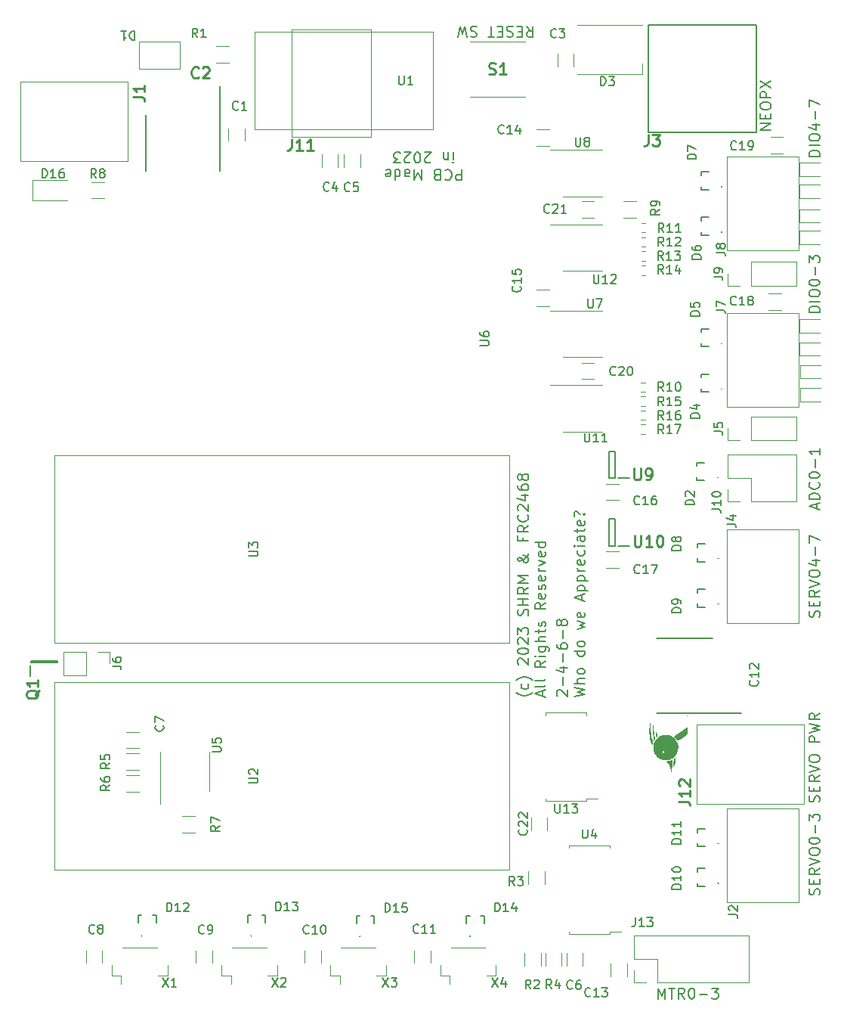
<source format=gbr>
%TF.GenerationSoftware,KiCad,Pcbnew,(6.0.8-1)-1*%
%TF.CreationDate,2023-12-28T14:34:08-05:00*%
%TF.ProjectId,Pico Robotic Controller,5069636f-2052-46f6-926f-74696320436f,V2*%
%TF.SameCoordinates,Original*%
%TF.FileFunction,Legend,Top*%
%TF.FilePolarity,Positive*%
%FSLAX46Y46*%
G04 Gerber Fmt 4.6, Leading zero omitted, Abs format (unit mm)*
G04 Created by KiCad (PCBNEW (6.0.8-1)-1) date 2023-12-28 14:34:08*
%MOMM*%
%LPD*%
G01*
G04 APERTURE LIST*
%ADD10C,0.170000*%
%ADD11C,0.160000*%
%ADD12C,0.150000*%
%ADD13C,0.254000*%
%ADD14C,0.120000*%
%ADD15C,0.200000*%
%ADD16C,0.100000*%
G04 APERTURE END LIST*
D10*
X161140342Y-41875142D02*
X161540342Y-42446571D01*
X161826057Y-41875142D02*
X161826057Y-43075142D01*
X161368914Y-43075142D01*
X161254628Y-43018000D01*
X161197485Y-42960857D01*
X161140342Y-42846571D01*
X161140342Y-42675142D01*
X161197485Y-42560857D01*
X161254628Y-42503714D01*
X161368914Y-42446571D01*
X161826057Y-42446571D01*
X160626057Y-42503714D02*
X160226057Y-42503714D01*
X160054628Y-41875142D02*
X160626057Y-41875142D01*
X160626057Y-43075142D01*
X160054628Y-43075142D01*
X159597485Y-41932285D02*
X159426057Y-41875142D01*
X159140342Y-41875142D01*
X159026057Y-41932285D01*
X158968914Y-41989428D01*
X158911771Y-42103714D01*
X158911771Y-42218000D01*
X158968914Y-42332285D01*
X159026057Y-42389428D01*
X159140342Y-42446571D01*
X159368914Y-42503714D01*
X159483200Y-42560857D01*
X159540342Y-42618000D01*
X159597485Y-42732285D01*
X159597485Y-42846571D01*
X159540342Y-42960857D01*
X159483200Y-43018000D01*
X159368914Y-43075142D01*
X159083200Y-43075142D01*
X158911771Y-43018000D01*
X158397485Y-42503714D02*
X157997485Y-42503714D01*
X157826057Y-41875142D02*
X158397485Y-41875142D01*
X158397485Y-43075142D01*
X157826057Y-43075142D01*
X157483200Y-43075142D02*
X156797485Y-43075142D01*
X157140342Y-41875142D02*
X157140342Y-43075142D01*
X155540342Y-41932285D02*
X155368914Y-41875142D01*
X155083200Y-41875142D01*
X154968914Y-41932285D01*
X154911771Y-41989428D01*
X154854628Y-42103714D01*
X154854628Y-42218000D01*
X154911771Y-42332285D01*
X154968914Y-42389428D01*
X155083200Y-42446571D01*
X155311771Y-42503714D01*
X155426057Y-42560857D01*
X155483200Y-42618000D01*
X155540342Y-42732285D01*
X155540342Y-42846571D01*
X155483200Y-42960857D01*
X155426057Y-43018000D01*
X155311771Y-43075142D01*
X155026057Y-43075142D01*
X154854628Y-43018000D01*
X154454628Y-43075142D02*
X154168914Y-41875142D01*
X153940342Y-42732285D01*
X153711771Y-41875142D01*
X153426057Y-43075142D01*
X193963857Y-73878685D02*
X192763857Y-73878685D01*
X192763857Y-73592971D01*
X192821000Y-73421542D01*
X192935285Y-73307257D01*
X193049571Y-73250114D01*
X193278142Y-73192971D01*
X193449571Y-73192971D01*
X193678142Y-73250114D01*
X193792428Y-73307257D01*
X193906714Y-73421542D01*
X193963857Y-73592971D01*
X193963857Y-73878685D01*
X193963857Y-72678685D02*
X192763857Y-72678685D01*
X192763857Y-71878685D02*
X192763857Y-71650114D01*
X192821000Y-71535828D01*
X192935285Y-71421542D01*
X193163857Y-71364400D01*
X193563857Y-71364400D01*
X193792428Y-71421542D01*
X193906714Y-71535828D01*
X193963857Y-71650114D01*
X193963857Y-71878685D01*
X193906714Y-71992971D01*
X193792428Y-72107257D01*
X193563857Y-72164400D01*
X193163857Y-72164400D01*
X192935285Y-72107257D01*
X192821000Y-71992971D01*
X192763857Y-71878685D01*
X192763857Y-70621542D02*
X192763857Y-70507257D01*
X192821000Y-70392971D01*
X192878142Y-70335828D01*
X192992428Y-70278685D01*
X193221000Y-70221542D01*
X193506714Y-70221542D01*
X193735285Y-70278685D01*
X193849571Y-70335828D01*
X193906714Y-70392971D01*
X193963857Y-70507257D01*
X193963857Y-70621542D01*
X193906714Y-70735828D01*
X193849571Y-70792971D01*
X193735285Y-70850114D01*
X193506714Y-70907257D01*
X193221000Y-70907257D01*
X192992428Y-70850114D01*
X192878142Y-70792971D01*
X192821000Y-70735828D01*
X192763857Y-70621542D01*
X193506714Y-69707257D02*
X193506714Y-68792971D01*
X192763857Y-68335828D02*
X192763857Y-67592971D01*
X193221000Y-67992971D01*
X193221000Y-67821542D01*
X193278142Y-67707257D01*
X193335285Y-67650114D01*
X193449571Y-67592971D01*
X193735285Y-67592971D01*
X193849571Y-67650114D01*
X193906714Y-67707257D01*
X193963857Y-67821542D01*
X193963857Y-68164400D01*
X193906714Y-68278685D01*
X193849571Y-68335828D01*
X188502857Y-53460314D02*
X187302857Y-53460314D01*
X188502857Y-52774600D01*
X187302857Y-52774600D01*
X187874285Y-52203171D02*
X187874285Y-51803171D01*
X188502857Y-51631742D02*
X188502857Y-52203171D01*
X187302857Y-52203171D01*
X187302857Y-51631742D01*
X187302857Y-50888885D02*
X187302857Y-50660314D01*
X187360000Y-50546028D01*
X187474285Y-50431742D01*
X187702857Y-50374600D01*
X188102857Y-50374600D01*
X188331428Y-50431742D01*
X188445714Y-50546028D01*
X188502857Y-50660314D01*
X188502857Y-50888885D01*
X188445714Y-51003171D01*
X188331428Y-51117457D01*
X188102857Y-51174600D01*
X187702857Y-51174600D01*
X187474285Y-51117457D01*
X187360000Y-51003171D01*
X187302857Y-50888885D01*
X188502857Y-49860314D02*
X187302857Y-49860314D01*
X187302857Y-49403171D01*
X187360000Y-49288885D01*
X187417142Y-49231742D01*
X187531428Y-49174600D01*
X187702857Y-49174600D01*
X187817142Y-49231742D01*
X187874285Y-49288885D01*
X187931428Y-49403171D01*
X187931428Y-49860314D01*
X187302857Y-48774600D02*
X188502857Y-47974600D01*
X187302857Y-47974600D02*
X188502857Y-48774600D01*
X175854142Y-150758457D02*
X175854142Y-149558457D01*
X176254142Y-150415600D01*
X176654142Y-149558457D01*
X176654142Y-150758457D01*
X177054142Y-149558457D02*
X177739857Y-149558457D01*
X177397000Y-150758457D02*
X177397000Y-149558457D01*
X178825571Y-150758457D02*
X178425571Y-150187028D01*
X178139857Y-150758457D02*
X178139857Y-149558457D01*
X178597000Y-149558457D01*
X178711285Y-149615600D01*
X178768428Y-149672742D01*
X178825571Y-149787028D01*
X178825571Y-149958457D01*
X178768428Y-150072742D01*
X178711285Y-150129885D01*
X178597000Y-150187028D01*
X178139857Y-150187028D01*
X179568428Y-149558457D02*
X179682714Y-149558457D01*
X179797000Y-149615600D01*
X179854142Y-149672742D01*
X179911285Y-149787028D01*
X179968428Y-150015600D01*
X179968428Y-150301314D01*
X179911285Y-150529885D01*
X179854142Y-150644171D01*
X179797000Y-150701314D01*
X179682714Y-150758457D01*
X179568428Y-150758457D01*
X179454142Y-150701314D01*
X179397000Y-150644171D01*
X179339857Y-150529885D01*
X179282714Y-150301314D01*
X179282714Y-150015600D01*
X179339857Y-149787028D01*
X179397000Y-149672742D01*
X179454142Y-149615600D01*
X179568428Y-149558457D01*
X180482714Y-150301314D02*
X181397000Y-150301314D01*
X181854142Y-149558457D02*
X182597000Y-149558457D01*
X182197000Y-150015600D01*
X182368428Y-150015600D01*
X182482714Y-150072742D01*
X182539857Y-150129885D01*
X182597000Y-150244171D01*
X182597000Y-150529885D01*
X182539857Y-150644171D01*
X182482714Y-150701314D01*
X182368428Y-150758457D01*
X182025571Y-150758457D01*
X181911285Y-150701314D01*
X181854142Y-150644171D01*
X193906714Y-139108885D02*
X193963857Y-138937457D01*
X193963857Y-138651742D01*
X193906714Y-138537457D01*
X193849571Y-138480314D01*
X193735285Y-138423171D01*
X193621000Y-138423171D01*
X193506714Y-138480314D01*
X193449571Y-138537457D01*
X193392428Y-138651742D01*
X193335285Y-138880314D01*
X193278142Y-138994600D01*
X193221000Y-139051742D01*
X193106714Y-139108885D01*
X192992428Y-139108885D01*
X192878142Y-139051742D01*
X192821000Y-138994600D01*
X192763857Y-138880314D01*
X192763857Y-138594600D01*
X192821000Y-138423171D01*
X193335285Y-137908885D02*
X193335285Y-137508885D01*
X193963857Y-137337457D02*
X193963857Y-137908885D01*
X192763857Y-137908885D01*
X192763857Y-137337457D01*
X193963857Y-136137457D02*
X193392428Y-136537457D01*
X193963857Y-136823171D02*
X192763857Y-136823171D01*
X192763857Y-136366028D01*
X192821000Y-136251742D01*
X192878142Y-136194600D01*
X192992428Y-136137457D01*
X193163857Y-136137457D01*
X193278142Y-136194600D01*
X193335285Y-136251742D01*
X193392428Y-136366028D01*
X193392428Y-136823171D01*
X192763857Y-135794600D02*
X193963857Y-135394600D01*
X192763857Y-134994600D01*
X192763857Y-134366028D02*
X192763857Y-134137457D01*
X192821000Y-134023171D01*
X192935285Y-133908885D01*
X193163857Y-133851742D01*
X193563857Y-133851742D01*
X193792428Y-133908885D01*
X193906714Y-134023171D01*
X193963857Y-134137457D01*
X193963857Y-134366028D01*
X193906714Y-134480314D01*
X193792428Y-134594600D01*
X193563857Y-134651742D01*
X193163857Y-134651742D01*
X192935285Y-134594600D01*
X192821000Y-134480314D01*
X192763857Y-134366028D01*
X192763857Y-133108885D02*
X192763857Y-132994600D01*
X192821000Y-132880314D01*
X192878142Y-132823171D01*
X192992428Y-132766028D01*
X193221000Y-132708885D01*
X193506714Y-132708885D01*
X193735285Y-132766028D01*
X193849571Y-132823171D01*
X193906714Y-132880314D01*
X193963857Y-132994600D01*
X193963857Y-133108885D01*
X193906714Y-133223171D01*
X193849571Y-133280314D01*
X193735285Y-133337457D01*
X193506714Y-133394600D01*
X193221000Y-133394600D01*
X192992428Y-133337457D01*
X192878142Y-133280314D01*
X192821000Y-133223171D01*
X192763857Y-133108885D01*
X193506714Y-132194600D02*
X193506714Y-131280314D01*
X192763857Y-130823171D02*
X192763857Y-130080314D01*
X193221000Y-130480314D01*
X193221000Y-130308885D01*
X193278142Y-130194600D01*
X193335285Y-130137457D01*
X193449571Y-130080314D01*
X193735285Y-130080314D01*
X193849571Y-130137457D01*
X193906714Y-130194600D01*
X193963857Y-130308885D01*
X193963857Y-130651742D01*
X193906714Y-130766028D01*
X193849571Y-130823171D01*
X193906714Y-128720228D02*
X193963857Y-128548800D01*
X193963857Y-128263085D01*
X193906714Y-128148800D01*
X193849571Y-128091657D01*
X193735285Y-128034514D01*
X193621000Y-128034514D01*
X193506714Y-128091657D01*
X193449571Y-128148800D01*
X193392428Y-128263085D01*
X193335285Y-128491657D01*
X193278142Y-128605942D01*
X193221000Y-128663085D01*
X193106714Y-128720228D01*
X192992428Y-128720228D01*
X192878142Y-128663085D01*
X192821000Y-128605942D01*
X192763857Y-128491657D01*
X192763857Y-128205942D01*
X192821000Y-128034514D01*
X193335285Y-127520228D02*
X193335285Y-127120228D01*
X193963857Y-126948800D02*
X193963857Y-127520228D01*
X192763857Y-127520228D01*
X192763857Y-126948800D01*
X193963857Y-125748800D02*
X193392428Y-126148800D01*
X193963857Y-126434514D02*
X192763857Y-126434514D01*
X192763857Y-125977371D01*
X192821000Y-125863085D01*
X192878142Y-125805942D01*
X192992428Y-125748800D01*
X193163857Y-125748800D01*
X193278142Y-125805942D01*
X193335285Y-125863085D01*
X193392428Y-125977371D01*
X193392428Y-126434514D01*
X192763857Y-125405942D02*
X193963857Y-125005942D01*
X192763857Y-124605942D01*
X192763857Y-123977371D02*
X192763857Y-123748800D01*
X192821000Y-123634514D01*
X192935285Y-123520228D01*
X193163857Y-123463085D01*
X193563857Y-123463085D01*
X193792428Y-123520228D01*
X193906714Y-123634514D01*
X193963857Y-123748800D01*
X193963857Y-123977371D01*
X193906714Y-124091657D01*
X193792428Y-124205942D01*
X193563857Y-124263085D01*
X193163857Y-124263085D01*
X192935285Y-124205942D01*
X192821000Y-124091657D01*
X192763857Y-123977371D01*
X193963857Y-122034514D02*
X192763857Y-122034514D01*
X192763857Y-121577371D01*
X192821000Y-121463085D01*
X192878142Y-121405942D01*
X192992428Y-121348800D01*
X193163857Y-121348800D01*
X193278142Y-121405942D01*
X193335285Y-121463085D01*
X193392428Y-121577371D01*
X193392428Y-122034514D01*
X192763857Y-120948800D02*
X193963857Y-120663085D01*
X193106714Y-120434514D01*
X193963857Y-120205942D01*
X192763857Y-119920228D01*
X193963857Y-118777371D02*
X193392428Y-119177371D01*
X193963857Y-119463085D02*
X192763857Y-119463085D01*
X192763857Y-119005942D01*
X192821000Y-118891657D01*
X192878142Y-118834514D01*
X192992428Y-118777371D01*
X193163857Y-118777371D01*
X193278142Y-118834514D01*
X193335285Y-118891657D01*
X193392428Y-119005942D01*
X193392428Y-119463085D01*
D11*
X164607142Y-116863028D02*
X164550000Y-116805885D01*
X164492857Y-116691600D01*
X164492857Y-116405885D01*
X164550000Y-116291600D01*
X164607142Y-116234457D01*
X164721428Y-116177314D01*
X164835714Y-116177314D01*
X165007142Y-116234457D01*
X165692857Y-116920171D01*
X165692857Y-116177314D01*
X165235714Y-115663028D02*
X165235714Y-114748742D01*
X164892857Y-113663028D02*
X165692857Y-113663028D01*
X164435714Y-113948742D02*
X165292857Y-114234457D01*
X165292857Y-113491600D01*
X165235714Y-113034457D02*
X165235714Y-112120171D01*
X164492857Y-111034457D02*
X164492857Y-111263028D01*
X164550000Y-111377314D01*
X164607142Y-111434457D01*
X164778571Y-111548742D01*
X165007142Y-111605885D01*
X165464285Y-111605885D01*
X165578571Y-111548742D01*
X165635714Y-111491600D01*
X165692857Y-111377314D01*
X165692857Y-111148742D01*
X165635714Y-111034457D01*
X165578571Y-110977314D01*
X165464285Y-110920171D01*
X165178571Y-110920171D01*
X165064285Y-110977314D01*
X165007142Y-111034457D01*
X164950000Y-111148742D01*
X164950000Y-111377314D01*
X165007142Y-111491600D01*
X165064285Y-111548742D01*
X165178571Y-111605885D01*
X165235714Y-110405885D02*
X165235714Y-109491600D01*
X165007142Y-108748742D02*
X164950000Y-108863028D01*
X164892857Y-108920171D01*
X164778571Y-108977314D01*
X164721428Y-108977314D01*
X164607142Y-108920171D01*
X164550000Y-108863028D01*
X164492857Y-108748742D01*
X164492857Y-108520171D01*
X164550000Y-108405885D01*
X164607142Y-108348742D01*
X164721428Y-108291600D01*
X164778571Y-108291600D01*
X164892857Y-108348742D01*
X164950000Y-108405885D01*
X165007142Y-108520171D01*
X165007142Y-108748742D01*
X165064285Y-108863028D01*
X165121428Y-108920171D01*
X165235714Y-108977314D01*
X165464285Y-108977314D01*
X165578571Y-108920171D01*
X165635714Y-108863028D01*
X165692857Y-108748742D01*
X165692857Y-108520171D01*
X165635714Y-108405885D01*
X165578571Y-108348742D01*
X165464285Y-108291600D01*
X165235714Y-108291600D01*
X165121428Y-108348742D01*
X165064285Y-108405885D01*
X165007142Y-108520171D01*
X166424857Y-116920171D02*
X167624857Y-116634457D01*
X166767714Y-116405885D01*
X167624857Y-116177314D01*
X166424857Y-115891600D01*
X167624857Y-115434457D02*
X166424857Y-115434457D01*
X167624857Y-114920171D02*
X166996285Y-114920171D01*
X166882000Y-114977314D01*
X166824857Y-115091600D01*
X166824857Y-115263028D01*
X166882000Y-115377314D01*
X166939142Y-115434457D01*
X167624857Y-114177314D02*
X167567714Y-114291600D01*
X167510571Y-114348742D01*
X167396285Y-114405885D01*
X167053428Y-114405885D01*
X166939142Y-114348742D01*
X166882000Y-114291600D01*
X166824857Y-114177314D01*
X166824857Y-114005885D01*
X166882000Y-113891600D01*
X166939142Y-113834457D01*
X167053428Y-113777314D01*
X167396285Y-113777314D01*
X167510571Y-113834457D01*
X167567714Y-113891600D01*
X167624857Y-114005885D01*
X167624857Y-114177314D01*
X167624857Y-111834457D02*
X166424857Y-111834457D01*
X167567714Y-111834457D02*
X167624857Y-111948742D01*
X167624857Y-112177314D01*
X167567714Y-112291600D01*
X167510571Y-112348742D01*
X167396285Y-112405885D01*
X167053428Y-112405885D01*
X166939142Y-112348742D01*
X166882000Y-112291600D01*
X166824857Y-112177314D01*
X166824857Y-111948742D01*
X166882000Y-111834457D01*
X167624857Y-111091600D02*
X167567714Y-111205885D01*
X167510571Y-111263028D01*
X167396285Y-111320171D01*
X167053428Y-111320171D01*
X166939142Y-111263028D01*
X166882000Y-111205885D01*
X166824857Y-111091600D01*
X166824857Y-110920171D01*
X166882000Y-110805885D01*
X166939142Y-110748742D01*
X167053428Y-110691600D01*
X167396285Y-110691600D01*
X167510571Y-110748742D01*
X167567714Y-110805885D01*
X167624857Y-110920171D01*
X167624857Y-111091600D01*
X166824857Y-109377314D02*
X167624857Y-109148742D01*
X167053428Y-108920171D01*
X167624857Y-108691600D01*
X166824857Y-108463028D01*
X167567714Y-107548742D02*
X167624857Y-107663028D01*
X167624857Y-107891600D01*
X167567714Y-108005885D01*
X167453428Y-108063028D01*
X166996285Y-108063028D01*
X166882000Y-108005885D01*
X166824857Y-107891600D01*
X166824857Y-107663028D01*
X166882000Y-107548742D01*
X166996285Y-107491600D01*
X167110571Y-107491600D01*
X167224857Y-108063028D01*
X167282000Y-106120171D02*
X167282000Y-105548742D01*
X167624857Y-106234457D02*
X166424857Y-105834457D01*
X167624857Y-105434457D01*
X166824857Y-105034457D02*
X168024857Y-105034457D01*
X166882000Y-105034457D02*
X166824857Y-104920171D01*
X166824857Y-104691600D01*
X166882000Y-104577314D01*
X166939142Y-104520171D01*
X167053428Y-104463028D01*
X167396285Y-104463028D01*
X167510571Y-104520171D01*
X167567714Y-104577314D01*
X167624857Y-104691600D01*
X167624857Y-104920171D01*
X167567714Y-105034457D01*
X166824857Y-103948742D02*
X168024857Y-103948742D01*
X166882000Y-103948742D02*
X166824857Y-103834457D01*
X166824857Y-103605885D01*
X166882000Y-103491600D01*
X166939142Y-103434457D01*
X167053428Y-103377314D01*
X167396285Y-103377314D01*
X167510571Y-103434457D01*
X167567714Y-103491600D01*
X167624857Y-103605885D01*
X167624857Y-103834457D01*
X167567714Y-103948742D01*
X167624857Y-102863028D02*
X166824857Y-102863028D01*
X167053428Y-102863028D02*
X166939142Y-102805885D01*
X166882000Y-102748742D01*
X166824857Y-102634457D01*
X166824857Y-102520171D01*
X167567714Y-101663028D02*
X167624857Y-101777314D01*
X167624857Y-102005885D01*
X167567714Y-102120171D01*
X167453428Y-102177314D01*
X166996285Y-102177314D01*
X166882000Y-102120171D01*
X166824857Y-102005885D01*
X166824857Y-101777314D01*
X166882000Y-101663028D01*
X166996285Y-101605885D01*
X167110571Y-101605885D01*
X167224857Y-102177314D01*
X167567714Y-100577314D02*
X167624857Y-100691600D01*
X167624857Y-100920171D01*
X167567714Y-101034457D01*
X167510571Y-101091600D01*
X167396285Y-101148742D01*
X167053428Y-101148742D01*
X166939142Y-101091600D01*
X166882000Y-101034457D01*
X166824857Y-100920171D01*
X166824857Y-100691600D01*
X166882000Y-100577314D01*
X167624857Y-100063028D02*
X166824857Y-100063028D01*
X166424857Y-100063028D02*
X166482000Y-100120171D01*
X166539142Y-100063028D01*
X166482000Y-100005885D01*
X166424857Y-100063028D01*
X166539142Y-100063028D01*
X167624857Y-98977314D02*
X166996285Y-98977314D01*
X166882000Y-99034457D01*
X166824857Y-99148742D01*
X166824857Y-99377314D01*
X166882000Y-99491600D01*
X167567714Y-98977314D02*
X167624857Y-99091600D01*
X167624857Y-99377314D01*
X167567714Y-99491600D01*
X167453428Y-99548742D01*
X167339142Y-99548742D01*
X167224857Y-99491600D01*
X167167714Y-99377314D01*
X167167714Y-99091600D01*
X167110571Y-98977314D01*
X166824857Y-98577314D02*
X166824857Y-98120171D01*
X166424857Y-98405885D02*
X167453428Y-98405885D01*
X167567714Y-98348742D01*
X167624857Y-98234457D01*
X167624857Y-98120171D01*
X167567714Y-97263028D02*
X167624857Y-97377314D01*
X167624857Y-97605885D01*
X167567714Y-97720171D01*
X167453428Y-97777314D01*
X166996285Y-97777314D01*
X166882000Y-97720171D01*
X166824857Y-97605885D01*
X166824857Y-97377314D01*
X166882000Y-97263028D01*
X166996285Y-97205885D01*
X167110571Y-97205885D01*
X167224857Y-97777314D01*
X167510571Y-96520171D02*
X167567714Y-96463028D01*
X167624857Y-96520171D01*
X167567714Y-96577314D01*
X167510571Y-96520171D01*
X167624857Y-96520171D01*
X166482000Y-96748742D02*
X166424857Y-96634457D01*
X166424857Y-96348742D01*
X166482000Y-96234457D01*
X166596285Y-96177314D01*
X166710571Y-96177314D01*
X166824857Y-96234457D01*
X166882000Y-96291600D01*
X166939142Y-96405885D01*
X166996285Y-96463028D01*
X167110571Y-96520171D01*
X167167714Y-96520171D01*
D10*
X193621000Y-95903628D02*
X193621000Y-95332200D01*
X193963857Y-96017914D02*
X192763857Y-95617914D01*
X193963857Y-95217914D01*
X193963857Y-94817914D02*
X192763857Y-94817914D01*
X192763857Y-94532200D01*
X192821000Y-94360771D01*
X192935285Y-94246485D01*
X193049571Y-94189342D01*
X193278142Y-94132200D01*
X193449571Y-94132200D01*
X193678142Y-94189342D01*
X193792428Y-94246485D01*
X193906714Y-94360771D01*
X193963857Y-94532200D01*
X193963857Y-94817914D01*
X193849571Y-92932200D02*
X193906714Y-92989342D01*
X193963857Y-93160771D01*
X193963857Y-93275057D01*
X193906714Y-93446485D01*
X193792428Y-93560771D01*
X193678142Y-93617914D01*
X193449571Y-93675057D01*
X193278142Y-93675057D01*
X193049571Y-93617914D01*
X192935285Y-93560771D01*
X192821000Y-93446485D01*
X192763857Y-93275057D01*
X192763857Y-93160771D01*
X192821000Y-92989342D01*
X192878142Y-92932200D01*
X192763857Y-92189342D02*
X192763857Y-92075057D01*
X192821000Y-91960771D01*
X192878142Y-91903628D01*
X192992428Y-91846485D01*
X193221000Y-91789342D01*
X193506714Y-91789342D01*
X193735285Y-91846485D01*
X193849571Y-91903628D01*
X193906714Y-91960771D01*
X193963857Y-92075057D01*
X193963857Y-92189342D01*
X193906714Y-92303628D01*
X193849571Y-92360771D01*
X193735285Y-92417914D01*
X193506714Y-92475057D01*
X193221000Y-92475057D01*
X192992428Y-92417914D01*
X192878142Y-92360771D01*
X192821000Y-92303628D01*
X192763857Y-92189342D01*
X193506714Y-91275057D02*
X193506714Y-90360771D01*
X193963857Y-89160771D02*
X193963857Y-89846485D01*
X193963857Y-89503628D02*
X192763857Y-89503628D01*
X192935285Y-89617914D01*
X193049571Y-89732200D01*
X193106714Y-89846485D01*
D11*
X153863142Y-57903342D02*
X153863142Y-59103342D01*
X153406000Y-59103342D01*
X153291714Y-59046200D01*
X153234571Y-58989057D01*
X153177428Y-58874771D01*
X153177428Y-58703342D01*
X153234571Y-58589057D01*
X153291714Y-58531914D01*
X153406000Y-58474771D01*
X153863142Y-58474771D01*
X151977428Y-58017628D02*
X152034571Y-57960485D01*
X152206000Y-57903342D01*
X152320285Y-57903342D01*
X152491714Y-57960485D01*
X152606000Y-58074771D01*
X152663142Y-58189057D01*
X152720285Y-58417628D01*
X152720285Y-58589057D01*
X152663142Y-58817628D01*
X152606000Y-58931914D01*
X152491714Y-59046200D01*
X152320285Y-59103342D01*
X152206000Y-59103342D01*
X152034571Y-59046200D01*
X151977428Y-58989057D01*
X151063142Y-58531914D02*
X150891714Y-58474771D01*
X150834571Y-58417628D01*
X150777428Y-58303342D01*
X150777428Y-58131914D01*
X150834571Y-58017628D01*
X150891714Y-57960485D01*
X151006000Y-57903342D01*
X151463142Y-57903342D01*
X151463142Y-59103342D01*
X151063142Y-59103342D01*
X150948857Y-59046200D01*
X150891714Y-58989057D01*
X150834571Y-58874771D01*
X150834571Y-58760485D01*
X150891714Y-58646200D01*
X150948857Y-58589057D01*
X151063142Y-58531914D01*
X151463142Y-58531914D01*
X149348857Y-57903342D02*
X149348857Y-59103342D01*
X148948857Y-58246200D01*
X148548857Y-59103342D01*
X148548857Y-57903342D01*
X147463142Y-57903342D02*
X147463142Y-58531914D01*
X147520285Y-58646200D01*
X147634571Y-58703342D01*
X147863142Y-58703342D01*
X147977428Y-58646200D01*
X147463142Y-57960485D02*
X147577428Y-57903342D01*
X147863142Y-57903342D01*
X147977428Y-57960485D01*
X148034571Y-58074771D01*
X148034571Y-58189057D01*
X147977428Y-58303342D01*
X147863142Y-58360485D01*
X147577428Y-58360485D01*
X147463142Y-58417628D01*
X146377428Y-57903342D02*
X146377428Y-59103342D01*
X146377428Y-57960485D02*
X146491714Y-57903342D01*
X146720285Y-57903342D01*
X146834571Y-57960485D01*
X146891714Y-58017628D01*
X146948857Y-58131914D01*
X146948857Y-58474771D01*
X146891714Y-58589057D01*
X146834571Y-58646200D01*
X146720285Y-58703342D01*
X146491714Y-58703342D01*
X146377428Y-58646200D01*
X145348857Y-57960485D02*
X145463142Y-57903342D01*
X145691714Y-57903342D01*
X145806000Y-57960485D01*
X145863142Y-58074771D01*
X145863142Y-58531914D01*
X145806000Y-58646200D01*
X145691714Y-58703342D01*
X145463142Y-58703342D01*
X145348857Y-58646200D01*
X145291714Y-58531914D01*
X145291714Y-58417628D01*
X145863142Y-58303342D01*
X152891714Y-55971342D02*
X152891714Y-56771342D01*
X152891714Y-57171342D02*
X152948857Y-57114200D01*
X152891714Y-57057057D01*
X152834571Y-57114200D01*
X152891714Y-57171342D01*
X152891714Y-57057057D01*
X152320285Y-56771342D02*
X152320285Y-55971342D01*
X152320285Y-56657057D02*
X152263142Y-56714200D01*
X152148857Y-56771342D01*
X151977428Y-56771342D01*
X151863142Y-56714200D01*
X151806000Y-56599914D01*
X151806000Y-55971342D01*
X150377428Y-57057057D02*
X150320285Y-57114200D01*
X150206000Y-57171342D01*
X149920285Y-57171342D01*
X149806000Y-57114200D01*
X149748857Y-57057057D01*
X149691714Y-56942771D01*
X149691714Y-56828485D01*
X149748857Y-56657057D01*
X150434571Y-55971342D01*
X149691714Y-55971342D01*
X148948857Y-57171342D02*
X148834571Y-57171342D01*
X148720285Y-57114200D01*
X148663142Y-57057057D01*
X148606000Y-56942771D01*
X148548857Y-56714200D01*
X148548857Y-56428485D01*
X148606000Y-56199914D01*
X148663142Y-56085628D01*
X148720285Y-56028485D01*
X148834571Y-55971342D01*
X148948857Y-55971342D01*
X149063142Y-56028485D01*
X149120285Y-56085628D01*
X149177428Y-56199914D01*
X149234571Y-56428485D01*
X149234571Y-56714200D01*
X149177428Y-56942771D01*
X149120285Y-57057057D01*
X149063142Y-57114200D01*
X148948857Y-57171342D01*
X148091714Y-57057057D02*
X148034571Y-57114200D01*
X147920285Y-57171342D01*
X147634571Y-57171342D01*
X147520285Y-57114200D01*
X147463142Y-57057057D01*
X147406000Y-56942771D01*
X147406000Y-56828485D01*
X147463142Y-56657057D01*
X148148857Y-55971342D01*
X147406000Y-55971342D01*
X147006000Y-57171342D02*
X146263142Y-57171342D01*
X146663142Y-56714200D01*
X146491714Y-56714200D01*
X146377428Y-56657057D01*
X146320285Y-56599914D01*
X146263142Y-56485628D01*
X146263142Y-56199914D01*
X146320285Y-56085628D01*
X146377428Y-56028485D01*
X146491714Y-55971342D01*
X146834571Y-55971342D01*
X146948857Y-56028485D01*
X147006000Y-56085628D01*
X161781200Y-116463028D02*
X161724057Y-116520171D01*
X161552628Y-116634457D01*
X161438342Y-116691600D01*
X161266914Y-116748742D01*
X160981200Y-116805885D01*
X160752628Y-116805885D01*
X160466914Y-116748742D01*
X160295485Y-116691600D01*
X160181200Y-116634457D01*
X160009771Y-116520171D01*
X159952628Y-116463028D01*
X161266914Y-115491600D02*
X161324057Y-115605885D01*
X161324057Y-115834457D01*
X161266914Y-115948742D01*
X161209771Y-116005885D01*
X161095485Y-116063028D01*
X160752628Y-116063028D01*
X160638342Y-116005885D01*
X160581200Y-115948742D01*
X160524057Y-115834457D01*
X160524057Y-115605885D01*
X160581200Y-115491600D01*
X161781200Y-115091600D02*
X161724057Y-115034457D01*
X161552628Y-114920171D01*
X161438342Y-114863028D01*
X161266914Y-114805885D01*
X160981200Y-114748742D01*
X160752628Y-114748742D01*
X160466914Y-114805885D01*
X160295485Y-114863028D01*
X160181200Y-114920171D01*
X160009771Y-115034457D01*
X159952628Y-115091600D01*
X160238342Y-113320171D02*
X160181200Y-113263028D01*
X160124057Y-113148742D01*
X160124057Y-112863028D01*
X160181200Y-112748742D01*
X160238342Y-112691600D01*
X160352628Y-112634457D01*
X160466914Y-112634457D01*
X160638342Y-112691600D01*
X161324057Y-113377314D01*
X161324057Y-112634457D01*
X160124057Y-111891600D02*
X160124057Y-111777314D01*
X160181200Y-111663028D01*
X160238342Y-111605885D01*
X160352628Y-111548742D01*
X160581200Y-111491600D01*
X160866914Y-111491600D01*
X161095485Y-111548742D01*
X161209771Y-111605885D01*
X161266914Y-111663028D01*
X161324057Y-111777314D01*
X161324057Y-111891600D01*
X161266914Y-112005885D01*
X161209771Y-112063028D01*
X161095485Y-112120171D01*
X160866914Y-112177314D01*
X160581200Y-112177314D01*
X160352628Y-112120171D01*
X160238342Y-112063028D01*
X160181200Y-112005885D01*
X160124057Y-111891600D01*
X160238342Y-111034457D02*
X160181200Y-110977314D01*
X160124057Y-110863028D01*
X160124057Y-110577314D01*
X160181200Y-110463028D01*
X160238342Y-110405885D01*
X160352628Y-110348742D01*
X160466914Y-110348742D01*
X160638342Y-110405885D01*
X161324057Y-111091600D01*
X161324057Y-110348742D01*
X160124057Y-109948742D02*
X160124057Y-109205885D01*
X160581200Y-109605885D01*
X160581200Y-109434457D01*
X160638342Y-109320171D01*
X160695485Y-109263028D01*
X160809771Y-109205885D01*
X161095485Y-109205885D01*
X161209771Y-109263028D01*
X161266914Y-109320171D01*
X161324057Y-109434457D01*
X161324057Y-109777314D01*
X161266914Y-109891600D01*
X161209771Y-109948742D01*
X161266914Y-107834457D02*
X161324057Y-107663028D01*
X161324057Y-107377314D01*
X161266914Y-107263028D01*
X161209771Y-107205885D01*
X161095485Y-107148742D01*
X160981200Y-107148742D01*
X160866914Y-107205885D01*
X160809771Y-107263028D01*
X160752628Y-107377314D01*
X160695485Y-107605885D01*
X160638342Y-107720171D01*
X160581200Y-107777314D01*
X160466914Y-107834457D01*
X160352628Y-107834457D01*
X160238342Y-107777314D01*
X160181200Y-107720171D01*
X160124057Y-107605885D01*
X160124057Y-107320171D01*
X160181200Y-107148742D01*
X161324057Y-106634457D02*
X160124057Y-106634457D01*
X160695485Y-106634457D02*
X160695485Y-105948742D01*
X161324057Y-105948742D02*
X160124057Y-105948742D01*
X161324057Y-104691600D02*
X160752628Y-105091600D01*
X161324057Y-105377314D02*
X160124057Y-105377314D01*
X160124057Y-104920171D01*
X160181200Y-104805885D01*
X160238342Y-104748742D01*
X160352628Y-104691600D01*
X160524057Y-104691600D01*
X160638342Y-104748742D01*
X160695485Y-104805885D01*
X160752628Y-104920171D01*
X160752628Y-105377314D01*
X161324057Y-104177314D02*
X160124057Y-104177314D01*
X160981200Y-103777314D01*
X160124057Y-103377314D01*
X161324057Y-103377314D01*
X161324057Y-100920171D02*
X161324057Y-100977314D01*
X161266914Y-101091600D01*
X161095485Y-101263028D01*
X160752628Y-101548742D01*
X160581200Y-101663028D01*
X160409771Y-101720171D01*
X160295485Y-101720171D01*
X160181200Y-101663028D01*
X160124057Y-101548742D01*
X160124057Y-101491600D01*
X160181200Y-101377314D01*
X160295485Y-101320171D01*
X160352628Y-101320171D01*
X160466914Y-101377314D01*
X160524057Y-101434457D01*
X160752628Y-101777314D01*
X160809771Y-101834457D01*
X160924057Y-101891600D01*
X161095485Y-101891600D01*
X161209771Y-101834457D01*
X161266914Y-101777314D01*
X161324057Y-101663028D01*
X161324057Y-101491600D01*
X161266914Y-101377314D01*
X161209771Y-101320171D01*
X160981200Y-101148742D01*
X160809771Y-101091600D01*
X160695485Y-101091600D01*
X160695485Y-99091600D02*
X160695485Y-99491600D01*
X161324057Y-99491600D02*
X160124057Y-99491600D01*
X160124057Y-98920171D01*
X161324057Y-97777314D02*
X160752628Y-98177314D01*
X161324057Y-98463028D02*
X160124057Y-98463028D01*
X160124057Y-98005885D01*
X160181200Y-97891600D01*
X160238342Y-97834457D01*
X160352628Y-97777314D01*
X160524057Y-97777314D01*
X160638342Y-97834457D01*
X160695485Y-97891600D01*
X160752628Y-98005885D01*
X160752628Y-98463028D01*
X161209771Y-96577314D02*
X161266914Y-96634457D01*
X161324057Y-96805885D01*
X161324057Y-96920171D01*
X161266914Y-97091600D01*
X161152628Y-97205885D01*
X161038342Y-97263028D01*
X160809771Y-97320171D01*
X160638342Y-97320171D01*
X160409771Y-97263028D01*
X160295485Y-97205885D01*
X160181200Y-97091600D01*
X160124057Y-96920171D01*
X160124057Y-96805885D01*
X160181200Y-96634457D01*
X160238342Y-96577314D01*
X160238342Y-96120171D02*
X160181200Y-96063028D01*
X160124057Y-95948742D01*
X160124057Y-95663028D01*
X160181200Y-95548742D01*
X160238342Y-95491600D01*
X160352628Y-95434457D01*
X160466914Y-95434457D01*
X160638342Y-95491600D01*
X161324057Y-96177314D01*
X161324057Y-95434457D01*
X160524057Y-94405885D02*
X161324057Y-94405885D01*
X160066914Y-94691600D02*
X160924057Y-94977314D01*
X160924057Y-94234457D01*
X160124057Y-93263028D02*
X160124057Y-93491600D01*
X160181200Y-93605885D01*
X160238342Y-93663028D01*
X160409771Y-93777314D01*
X160638342Y-93834457D01*
X161095485Y-93834457D01*
X161209771Y-93777314D01*
X161266914Y-93720171D01*
X161324057Y-93605885D01*
X161324057Y-93377314D01*
X161266914Y-93263028D01*
X161209771Y-93205885D01*
X161095485Y-93148742D01*
X160809771Y-93148742D01*
X160695485Y-93205885D01*
X160638342Y-93263028D01*
X160581200Y-93377314D01*
X160581200Y-93605885D01*
X160638342Y-93720171D01*
X160695485Y-93777314D01*
X160809771Y-93834457D01*
X160638342Y-92463028D02*
X160581200Y-92577314D01*
X160524057Y-92634457D01*
X160409771Y-92691600D01*
X160352628Y-92691600D01*
X160238342Y-92634457D01*
X160181200Y-92577314D01*
X160124057Y-92463028D01*
X160124057Y-92234457D01*
X160181200Y-92120171D01*
X160238342Y-92063028D01*
X160352628Y-92005885D01*
X160409771Y-92005885D01*
X160524057Y-92063028D01*
X160581200Y-92120171D01*
X160638342Y-92234457D01*
X160638342Y-92463028D01*
X160695485Y-92577314D01*
X160752628Y-92634457D01*
X160866914Y-92691600D01*
X161095485Y-92691600D01*
X161209771Y-92634457D01*
X161266914Y-92577314D01*
X161324057Y-92463028D01*
X161324057Y-92234457D01*
X161266914Y-92120171D01*
X161209771Y-92063028D01*
X161095485Y-92005885D01*
X160866914Y-92005885D01*
X160752628Y-92063028D01*
X160695485Y-92120171D01*
X160638342Y-92234457D01*
X162913200Y-116863028D02*
X162913200Y-116291600D01*
X163256057Y-116977314D02*
X162056057Y-116577314D01*
X163256057Y-116177314D01*
X163256057Y-115605885D02*
X163198914Y-115720171D01*
X163084628Y-115777314D01*
X162056057Y-115777314D01*
X163256057Y-114977314D02*
X163198914Y-115091600D01*
X163084628Y-115148742D01*
X162056057Y-115148742D01*
X163256057Y-112920171D02*
X162684628Y-113320171D01*
X163256057Y-113605885D02*
X162056057Y-113605885D01*
X162056057Y-113148742D01*
X162113200Y-113034457D01*
X162170342Y-112977314D01*
X162284628Y-112920171D01*
X162456057Y-112920171D01*
X162570342Y-112977314D01*
X162627485Y-113034457D01*
X162684628Y-113148742D01*
X162684628Y-113605885D01*
X163256057Y-112405885D02*
X162456057Y-112405885D01*
X162056057Y-112405885D02*
X162113200Y-112463028D01*
X162170342Y-112405885D01*
X162113200Y-112348742D01*
X162056057Y-112405885D01*
X162170342Y-112405885D01*
X162456057Y-111320171D02*
X163427485Y-111320171D01*
X163541771Y-111377314D01*
X163598914Y-111434457D01*
X163656057Y-111548742D01*
X163656057Y-111720171D01*
X163598914Y-111834457D01*
X163198914Y-111320171D02*
X163256057Y-111434457D01*
X163256057Y-111663028D01*
X163198914Y-111777314D01*
X163141771Y-111834457D01*
X163027485Y-111891600D01*
X162684628Y-111891600D01*
X162570342Y-111834457D01*
X162513200Y-111777314D01*
X162456057Y-111663028D01*
X162456057Y-111434457D01*
X162513200Y-111320171D01*
X163256057Y-110748742D02*
X162056057Y-110748742D01*
X163256057Y-110234457D02*
X162627485Y-110234457D01*
X162513200Y-110291600D01*
X162456057Y-110405885D01*
X162456057Y-110577314D01*
X162513200Y-110691600D01*
X162570342Y-110748742D01*
X162456057Y-109834457D02*
X162456057Y-109377314D01*
X162056057Y-109663028D02*
X163084628Y-109663028D01*
X163198914Y-109605885D01*
X163256057Y-109491600D01*
X163256057Y-109377314D01*
X163198914Y-109034457D02*
X163256057Y-108920171D01*
X163256057Y-108691600D01*
X163198914Y-108577314D01*
X163084628Y-108520171D01*
X163027485Y-108520171D01*
X162913200Y-108577314D01*
X162856057Y-108691600D01*
X162856057Y-108863028D01*
X162798914Y-108977314D01*
X162684628Y-109034457D01*
X162627485Y-109034457D01*
X162513200Y-108977314D01*
X162456057Y-108863028D01*
X162456057Y-108691600D01*
X162513200Y-108577314D01*
X163256057Y-106405885D02*
X162684628Y-106805885D01*
X163256057Y-107091600D02*
X162056057Y-107091600D01*
X162056057Y-106634457D01*
X162113200Y-106520171D01*
X162170342Y-106463028D01*
X162284628Y-106405885D01*
X162456057Y-106405885D01*
X162570342Y-106463028D01*
X162627485Y-106520171D01*
X162684628Y-106634457D01*
X162684628Y-107091600D01*
X163198914Y-105434457D02*
X163256057Y-105548742D01*
X163256057Y-105777314D01*
X163198914Y-105891600D01*
X163084628Y-105948742D01*
X162627485Y-105948742D01*
X162513200Y-105891600D01*
X162456057Y-105777314D01*
X162456057Y-105548742D01*
X162513200Y-105434457D01*
X162627485Y-105377314D01*
X162741771Y-105377314D01*
X162856057Y-105948742D01*
X163198914Y-104920171D02*
X163256057Y-104805885D01*
X163256057Y-104577314D01*
X163198914Y-104463028D01*
X163084628Y-104405885D01*
X163027485Y-104405885D01*
X162913200Y-104463028D01*
X162856057Y-104577314D01*
X162856057Y-104748742D01*
X162798914Y-104863028D01*
X162684628Y-104920171D01*
X162627485Y-104920171D01*
X162513200Y-104863028D01*
X162456057Y-104748742D01*
X162456057Y-104577314D01*
X162513200Y-104463028D01*
X163198914Y-103434457D02*
X163256057Y-103548742D01*
X163256057Y-103777314D01*
X163198914Y-103891600D01*
X163084628Y-103948742D01*
X162627485Y-103948742D01*
X162513200Y-103891600D01*
X162456057Y-103777314D01*
X162456057Y-103548742D01*
X162513200Y-103434457D01*
X162627485Y-103377314D01*
X162741771Y-103377314D01*
X162856057Y-103948742D01*
X163256057Y-102863028D02*
X162456057Y-102863028D01*
X162684628Y-102863028D02*
X162570342Y-102805885D01*
X162513200Y-102748742D01*
X162456057Y-102634457D01*
X162456057Y-102520171D01*
X162456057Y-102234457D02*
X163256057Y-101948742D01*
X162456057Y-101663028D01*
X163198914Y-100748742D02*
X163256057Y-100863028D01*
X163256057Y-101091600D01*
X163198914Y-101205885D01*
X163084628Y-101263028D01*
X162627485Y-101263028D01*
X162513200Y-101205885D01*
X162456057Y-101091600D01*
X162456057Y-100863028D01*
X162513200Y-100748742D01*
X162627485Y-100691600D01*
X162741771Y-100691600D01*
X162856057Y-101263028D01*
X163256057Y-99663028D02*
X162056057Y-99663028D01*
X163198914Y-99663028D02*
X163256057Y-99777314D01*
X163256057Y-100005885D01*
X163198914Y-100120171D01*
X163141771Y-100177314D01*
X163027485Y-100234457D01*
X162684628Y-100234457D01*
X162570342Y-100177314D01*
X162513200Y-100120171D01*
X162456057Y-100005885D01*
X162456057Y-99777314D01*
X162513200Y-99663028D01*
D10*
X193963857Y-56428885D02*
X192763857Y-56428885D01*
X192763857Y-56143171D01*
X192821000Y-55971742D01*
X192935285Y-55857457D01*
X193049571Y-55800314D01*
X193278142Y-55743171D01*
X193449571Y-55743171D01*
X193678142Y-55800314D01*
X193792428Y-55857457D01*
X193906714Y-55971742D01*
X193963857Y-56143171D01*
X193963857Y-56428885D01*
X193963857Y-55228885D02*
X192763857Y-55228885D01*
X192763857Y-54428885D02*
X192763857Y-54200314D01*
X192821000Y-54086028D01*
X192935285Y-53971742D01*
X193163857Y-53914600D01*
X193563857Y-53914600D01*
X193792428Y-53971742D01*
X193906714Y-54086028D01*
X193963857Y-54200314D01*
X193963857Y-54428885D01*
X193906714Y-54543171D01*
X193792428Y-54657457D01*
X193563857Y-54714600D01*
X193163857Y-54714600D01*
X192935285Y-54657457D01*
X192821000Y-54543171D01*
X192763857Y-54428885D01*
X193163857Y-52886028D02*
X193963857Y-52886028D01*
X192706714Y-53171742D02*
X193563857Y-53457457D01*
X193563857Y-52714600D01*
X193506714Y-52257457D02*
X193506714Y-51343171D01*
X192763857Y-50886028D02*
X192763857Y-50086028D01*
X193963857Y-50600314D01*
X193906714Y-107993885D02*
X193963857Y-107822457D01*
X193963857Y-107536742D01*
X193906714Y-107422457D01*
X193849571Y-107365314D01*
X193735285Y-107308171D01*
X193621000Y-107308171D01*
X193506714Y-107365314D01*
X193449571Y-107422457D01*
X193392428Y-107536742D01*
X193335285Y-107765314D01*
X193278142Y-107879600D01*
X193221000Y-107936742D01*
X193106714Y-107993885D01*
X192992428Y-107993885D01*
X192878142Y-107936742D01*
X192821000Y-107879600D01*
X192763857Y-107765314D01*
X192763857Y-107479600D01*
X192821000Y-107308171D01*
X193335285Y-106793885D02*
X193335285Y-106393885D01*
X193963857Y-106222457D02*
X193963857Y-106793885D01*
X192763857Y-106793885D01*
X192763857Y-106222457D01*
X193963857Y-105022457D02*
X193392428Y-105422457D01*
X193963857Y-105708171D02*
X192763857Y-105708171D01*
X192763857Y-105251028D01*
X192821000Y-105136742D01*
X192878142Y-105079600D01*
X192992428Y-105022457D01*
X193163857Y-105022457D01*
X193278142Y-105079600D01*
X193335285Y-105136742D01*
X193392428Y-105251028D01*
X193392428Y-105708171D01*
X192763857Y-104679600D02*
X193963857Y-104279600D01*
X192763857Y-103879600D01*
X192763857Y-103251028D02*
X192763857Y-103022457D01*
X192821000Y-102908171D01*
X192935285Y-102793885D01*
X193163857Y-102736742D01*
X193563857Y-102736742D01*
X193792428Y-102793885D01*
X193906714Y-102908171D01*
X193963857Y-103022457D01*
X193963857Y-103251028D01*
X193906714Y-103365314D01*
X193792428Y-103479600D01*
X193563857Y-103536742D01*
X193163857Y-103536742D01*
X192935285Y-103479600D01*
X192821000Y-103365314D01*
X192763857Y-103251028D01*
X193163857Y-101708171D02*
X193963857Y-101708171D01*
X192706714Y-101993885D02*
X193563857Y-102279600D01*
X193563857Y-101536742D01*
X193506714Y-101079600D02*
X193506714Y-100165314D01*
X192763857Y-99708171D02*
X192763857Y-98908171D01*
X193963857Y-99422457D01*
D12*
%TO.C,J6*%
X114693980Y-113494133D02*
X115408266Y-113494133D01*
X115551123Y-113541752D01*
X115646361Y-113636990D01*
X115693980Y-113779847D01*
X115693980Y-113875085D01*
X114693980Y-112589371D02*
X114693980Y-112779847D01*
X114741600Y-112875085D01*
X114789219Y-112922704D01*
X114932076Y-113017942D01*
X115122552Y-113065561D01*
X115503504Y-113065561D01*
X115598742Y-113017942D01*
X115646361Y-112970323D01*
X115693980Y-112875085D01*
X115693980Y-112684609D01*
X115646361Y-112589371D01*
X115598742Y-112541752D01*
X115503504Y-112494133D01*
X115265409Y-112494133D01*
X115170171Y-112541752D01*
X115122552Y-112589371D01*
X115074933Y-112684609D01*
X115074933Y-112875085D01*
X115122552Y-112970323D01*
X115170171Y-113017942D01*
X115265409Y-113065561D01*
%TO.C,C7*%
X120384942Y-120156266D02*
X120432561Y-120203885D01*
X120480180Y-120346742D01*
X120480180Y-120441980D01*
X120432561Y-120584838D01*
X120337323Y-120680076D01*
X120242085Y-120727695D01*
X120051609Y-120775314D01*
X119908752Y-120775314D01*
X119718276Y-120727695D01*
X119623038Y-120680076D01*
X119527800Y-120584838D01*
X119480180Y-120441980D01*
X119480180Y-120346742D01*
X119527800Y-120203885D01*
X119575419Y-120156266D01*
X119480180Y-119822933D02*
X119480180Y-119156266D01*
X120480180Y-119584838D01*
D11*
%TO.C,R2*%
X161580333Y-149631380D02*
X161247000Y-149155190D01*
X161008904Y-149631380D02*
X161008904Y-148631380D01*
X161389857Y-148631380D01*
X161485095Y-148679000D01*
X161532714Y-148726619D01*
X161580333Y-148821857D01*
X161580333Y-148964714D01*
X161532714Y-149059952D01*
X161485095Y-149107571D01*
X161389857Y-149155190D01*
X161008904Y-149155190D01*
X161961285Y-148726619D02*
X162008904Y-148679000D01*
X162104142Y-148631380D01*
X162342238Y-148631380D01*
X162437476Y-148679000D01*
X162485095Y-148726619D01*
X162532714Y-148821857D01*
X162532714Y-148917095D01*
X162485095Y-149059952D01*
X161913666Y-149631380D01*
X162532714Y-149631380D01*
D12*
%TO.C,C14*%
X158564342Y-53824142D02*
X158516723Y-53871761D01*
X158373866Y-53919380D01*
X158278628Y-53919380D01*
X158135771Y-53871761D01*
X158040533Y-53776523D01*
X157992914Y-53681285D01*
X157945295Y-53490809D01*
X157945295Y-53347952D01*
X157992914Y-53157476D01*
X158040533Y-53062238D01*
X158135771Y-52967000D01*
X158278628Y-52919380D01*
X158373866Y-52919380D01*
X158516723Y-52967000D01*
X158564342Y-53014619D01*
X159516723Y-53919380D02*
X158945295Y-53919380D01*
X159231009Y-53919380D02*
X159231009Y-52919380D01*
X159135771Y-53062238D01*
X159040533Y-53157476D01*
X158945295Y-53205095D01*
X160373866Y-53252714D02*
X160373866Y-53919380D01*
X160135771Y-52871761D02*
X159897676Y-53586047D01*
X160516723Y-53586047D01*
%TO.C,X1*%
X120297676Y-148397980D02*
X120964342Y-149397980D01*
X120964342Y-148397980D02*
X120297676Y-149397980D01*
X121869104Y-149397980D02*
X121297676Y-149397980D01*
X121583390Y-149397980D02*
X121583390Y-148397980D01*
X121488152Y-148540838D01*
X121392914Y-148636076D01*
X121297676Y-148683695D01*
D11*
%TO.C,D15*%
X145268514Y-141039980D02*
X145268514Y-140039980D01*
X145506609Y-140039980D01*
X145649466Y-140087600D01*
X145744704Y-140182838D01*
X145792323Y-140278076D01*
X145839942Y-140468552D01*
X145839942Y-140611409D01*
X145792323Y-140801885D01*
X145744704Y-140897123D01*
X145649466Y-140992361D01*
X145506609Y-141039980D01*
X145268514Y-141039980D01*
X146792323Y-141039980D02*
X146220895Y-141039980D01*
X146506609Y-141039980D02*
X146506609Y-140039980D01*
X146411371Y-140182838D01*
X146316133Y-140278076D01*
X146220895Y-140325695D01*
X147697085Y-140039980D02*
X147220895Y-140039980D01*
X147173276Y-140516171D01*
X147220895Y-140468552D01*
X147316133Y-140420933D01*
X147554228Y-140420933D01*
X147649466Y-140468552D01*
X147697085Y-140516171D01*
X147744704Y-140611409D01*
X147744704Y-140849504D01*
X147697085Y-140944742D01*
X147649466Y-140992361D01*
X147554228Y-141039980D01*
X147316133Y-141039980D01*
X147220895Y-140992361D01*
X147173276Y-140944742D01*
D12*
%TO.C,R6*%
X114422280Y-126830066D02*
X113946090Y-127163400D01*
X114422280Y-127401495D02*
X113422280Y-127401495D01*
X113422280Y-127020542D01*
X113469900Y-126925304D01*
X113517519Y-126877685D01*
X113612757Y-126830066D01*
X113755614Y-126830066D01*
X113850852Y-126877685D01*
X113898471Y-126925304D01*
X113946090Y-127020542D01*
X113946090Y-127401495D01*
X113422280Y-125972923D02*
X113422280Y-126163400D01*
X113469900Y-126258638D01*
X113517519Y-126306257D01*
X113660376Y-126401495D01*
X113850852Y-126449114D01*
X114231804Y-126449114D01*
X114327042Y-126401495D01*
X114374661Y-126353876D01*
X114422280Y-126258638D01*
X114422280Y-126068161D01*
X114374661Y-125972923D01*
X114327042Y-125925304D01*
X114231804Y-125877685D01*
X113993709Y-125877685D01*
X113898471Y-125925304D01*
X113850852Y-125972923D01*
X113803233Y-126068161D01*
X113803233Y-126258638D01*
X113850852Y-126353876D01*
X113898471Y-126401495D01*
X113993709Y-126449114D01*
%TO.C,R16*%
X176471342Y-85923380D02*
X176138009Y-85447190D01*
X175899914Y-85923380D02*
X175899914Y-84923380D01*
X176280866Y-84923380D01*
X176376104Y-84971000D01*
X176423723Y-85018619D01*
X176471342Y-85113857D01*
X176471342Y-85256714D01*
X176423723Y-85351952D01*
X176376104Y-85399571D01*
X176280866Y-85447190D01*
X175899914Y-85447190D01*
X177423723Y-85923380D02*
X176852295Y-85923380D01*
X177138009Y-85923380D02*
X177138009Y-84923380D01*
X177042771Y-85066238D01*
X176947533Y-85161476D01*
X176852295Y-85209095D01*
X178280866Y-84923380D02*
X178090390Y-84923380D01*
X177995152Y-84971000D01*
X177947533Y-85018619D01*
X177852295Y-85161476D01*
X177804676Y-85351952D01*
X177804676Y-85732904D01*
X177852295Y-85828142D01*
X177899914Y-85875761D01*
X177995152Y-85923380D01*
X178185628Y-85923380D01*
X178280866Y-85875761D01*
X178328485Y-85828142D01*
X178376104Y-85732904D01*
X178376104Y-85494809D01*
X178328485Y-85399571D01*
X178280866Y-85351952D01*
X178185628Y-85304333D01*
X177995152Y-85304333D01*
X177899914Y-85351952D01*
X177852295Y-85399571D01*
X177804676Y-85494809D01*
%TO.C,U7*%
X167995695Y-72401180D02*
X167995695Y-73210704D01*
X168043314Y-73305942D01*
X168090933Y-73353561D01*
X168186171Y-73401180D01*
X168376647Y-73401180D01*
X168471885Y-73353561D01*
X168519504Y-73305942D01*
X168567123Y-73210704D01*
X168567123Y-72401180D01*
X168948076Y-72401180D02*
X169614742Y-72401180D01*
X169186171Y-73401180D01*
%TO.C,J2*%
X183774380Y-141303333D02*
X184488666Y-141303333D01*
X184631523Y-141350952D01*
X184726761Y-141446190D01*
X184774380Y-141589047D01*
X184774380Y-141684285D01*
X183869619Y-140874761D02*
X183822000Y-140827142D01*
X183774380Y-140731904D01*
X183774380Y-140493809D01*
X183822000Y-140398571D01*
X183869619Y-140350952D01*
X183964857Y-140303333D01*
X184060095Y-140303333D01*
X184202952Y-140350952D01*
X184774380Y-140922380D01*
X184774380Y-140303333D01*
%TO.C,C5*%
X141320933Y-60271342D02*
X141273314Y-60318961D01*
X141130457Y-60366580D01*
X141035219Y-60366580D01*
X140892361Y-60318961D01*
X140797123Y-60223723D01*
X140749504Y-60128485D01*
X140701885Y-59938009D01*
X140701885Y-59795152D01*
X140749504Y-59604676D01*
X140797123Y-59509438D01*
X140892361Y-59414200D01*
X141035219Y-59366580D01*
X141130457Y-59366580D01*
X141273314Y-59414200D01*
X141320933Y-59461819D01*
X142225695Y-59366580D02*
X141749504Y-59366580D01*
X141701885Y-59842771D01*
X141749504Y-59795152D01*
X141844742Y-59747533D01*
X142082838Y-59747533D01*
X142178076Y-59795152D01*
X142225695Y-59842771D01*
X142273314Y-59938009D01*
X142273314Y-60176104D01*
X142225695Y-60271342D01*
X142178076Y-60318961D01*
X142082838Y-60366580D01*
X141844742Y-60366580D01*
X141749504Y-60318961D01*
X141701885Y-60271342D01*
%TO.C,C22*%
X161113742Y-131808457D02*
X161161361Y-131856076D01*
X161208980Y-131998933D01*
X161208980Y-132094171D01*
X161161361Y-132237028D01*
X161066123Y-132332266D01*
X160970885Y-132379885D01*
X160780409Y-132427504D01*
X160637552Y-132427504D01*
X160447076Y-132379885D01*
X160351838Y-132332266D01*
X160256600Y-132237028D01*
X160208980Y-132094171D01*
X160208980Y-131998933D01*
X160256600Y-131856076D01*
X160304219Y-131808457D01*
X160304219Y-131427504D02*
X160256600Y-131379885D01*
X160208980Y-131284647D01*
X160208980Y-131046552D01*
X160256600Y-130951314D01*
X160304219Y-130903695D01*
X160399457Y-130856076D01*
X160494695Y-130856076D01*
X160637552Y-130903695D01*
X161208980Y-131475123D01*
X161208980Y-130856076D01*
X160304219Y-130475123D02*
X160256600Y-130427504D01*
X160208980Y-130332266D01*
X160208980Y-130094171D01*
X160256600Y-129998933D01*
X160304219Y-129951314D01*
X160399457Y-129903695D01*
X160494695Y-129903695D01*
X160637552Y-129951314D01*
X161208980Y-130522742D01*
X161208980Y-129903695D01*
D11*
%TO.C,D2*%
X179896780Y-95444695D02*
X178896780Y-95444695D01*
X178896780Y-95206600D01*
X178944400Y-95063742D01*
X179039638Y-94968504D01*
X179134876Y-94920885D01*
X179325352Y-94873266D01*
X179468209Y-94873266D01*
X179658685Y-94920885D01*
X179753923Y-94968504D01*
X179849161Y-95063742D01*
X179896780Y-95206600D01*
X179896780Y-95444695D01*
X178992019Y-94492314D02*
X178944400Y-94444695D01*
X178896780Y-94349457D01*
X178896780Y-94111361D01*
X178944400Y-94016123D01*
X178992019Y-93968504D01*
X179087257Y-93920885D01*
X179182495Y-93920885D01*
X179325352Y-93968504D01*
X179896780Y-94539933D01*
X179896780Y-93920885D01*
D12*
%TO.C,J10*%
X181896780Y-95921123D02*
X182611066Y-95921123D01*
X182753923Y-95968742D01*
X182849161Y-96063980D01*
X182896780Y-96206838D01*
X182896780Y-96302076D01*
X182896780Y-94921123D02*
X182896780Y-95492552D01*
X182896780Y-95206838D02*
X181896780Y-95206838D01*
X182039638Y-95302076D01*
X182134876Y-95397314D01*
X182182495Y-95492552D01*
X181896780Y-94302076D02*
X181896780Y-94206838D01*
X181944400Y-94111600D01*
X181992019Y-94063980D01*
X182087257Y-94016361D01*
X182277733Y-93968742D01*
X182515828Y-93968742D01*
X182706304Y-94016361D01*
X182801542Y-94063980D01*
X182849161Y-94111600D01*
X182896780Y-94206838D01*
X182896780Y-94302076D01*
X182849161Y-94397314D01*
X182801542Y-94444933D01*
X182706304Y-94492552D01*
X182515828Y-94540171D01*
X182277733Y-94540171D01*
X182087257Y-94492552D01*
X181992019Y-94444933D01*
X181944400Y-94397314D01*
X181896780Y-94302076D01*
D11*
%TO.C,C12*%
X186990542Y-115126057D02*
X187038161Y-115173676D01*
X187085780Y-115316533D01*
X187085780Y-115411771D01*
X187038161Y-115554628D01*
X186942923Y-115649866D01*
X186847685Y-115697485D01*
X186657209Y-115745104D01*
X186514352Y-115745104D01*
X186323876Y-115697485D01*
X186228638Y-115649866D01*
X186133400Y-115554628D01*
X186085780Y-115411771D01*
X186085780Y-115316533D01*
X186133400Y-115173676D01*
X186181019Y-115126057D01*
X187085780Y-114173676D02*
X187085780Y-114745104D01*
X187085780Y-114459390D02*
X186085780Y-114459390D01*
X186228638Y-114554628D01*
X186323876Y-114649866D01*
X186371495Y-114745104D01*
X186181019Y-113792723D02*
X186133400Y-113745104D01*
X186085780Y-113649866D01*
X186085780Y-113411771D01*
X186133400Y-113316533D01*
X186181019Y-113268914D01*
X186276257Y-113221295D01*
X186371495Y-113221295D01*
X186514352Y-113268914D01*
X187085780Y-113840342D01*
X187085780Y-113221295D01*
D12*
%TO.C,J4*%
X183545780Y-97589933D02*
X184260066Y-97589933D01*
X184402923Y-97637552D01*
X184498161Y-97732790D01*
X184545780Y-97875647D01*
X184545780Y-97970885D01*
X183879114Y-96685171D02*
X184545780Y-96685171D01*
X183498161Y-96923266D02*
X184212447Y-97161361D01*
X184212447Y-96542314D01*
D11*
%TO.C,D14*%
X157557914Y-140989980D02*
X157557914Y-139989980D01*
X157796009Y-139989980D01*
X157938866Y-140037600D01*
X158034104Y-140132838D01*
X158081723Y-140228076D01*
X158129342Y-140418552D01*
X158129342Y-140561409D01*
X158081723Y-140751885D01*
X158034104Y-140847123D01*
X157938866Y-140942361D01*
X157796009Y-140989980D01*
X157557914Y-140989980D01*
X159081723Y-140989980D02*
X158510295Y-140989980D01*
X158796009Y-140989980D02*
X158796009Y-139989980D01*
X158700771Y-140132838D01*
X158605533Y-140228076D01*
X158510295Y-140275695D01*
X159938866Y-140323314D02*
X159938866Y-140989980D01*
X159700771Y-139942361D02*
X159462676Y-140656647D01*
X160081723Y-140656647D01*
D12*
%TO.C,C19*%
X184624742Y-55627542D02*
X184577123Y-55675161D01*
X184434266Y-55722780D01*
X184339028Y-55722780D01*
X184196171Y-55675161D01*
X184100933Y-55579923D01*
X184053314Y-55484685D01*
X184005695Y-55294209D01*
X184005695Y-55151352D01*
X184053314Y-54960876D01*
X184100933Y-54865638D01*
X184196171Y-54770400D01*
X184339028Y-54722780D01*
X184434266Y-54722780D01*
X184577123Y-54770400D01*
X184624742Y-54818019D01*
X185577123Y-55722780D02*
X185005695Y-55722780D01*
X185291409Y-55722780D02*
X185291409Y-54722780D01*
X185196171Y-54865638D01*
X185100933Y-54960876D01*
X185005695Y-55008495D01*
X186053314Y-55722780D02*
X186243790Y-55722780D01*
X186339028Y-55675161D01*
X186386647Y-55627542D01*
X186481885Y-55484685D01*
X186529504Y-55294209D01*
X186529504Y-54913257D01*
X186481885Y-54818019D01*
X186434266Y-54770400D01*
X186339028Y-54722780D01*
X186148552Y-54722780D01*
X186053314Y-54770400D01*
X186005695Y-54818019D01*
X185958076Y-54913257D01*
X185958076Y-55151352D01*
X186005695Y-55246590D01*
X186053314Y-55294209D01*
X186148552Y-55341828D01*
X186339028Y-55341828D01*
X186434266Y-55294209D01*
X186481885Y-55246590D01*
X186529504Y-55151352D01*
%TO.C,J9*%
X182094380Y-69903933D02*
X182808666Y-69903933D01*
X182951523Y-69951552D01*
X183046761Y-70046790D01*
X183094380Y-70189647D01*
X183094380Y-70284885D01*
X183094380Y-69380123D02*
X183094380Y-69189647D01*
X183046761Y-69094409D01*
X182999142Y-69046790D01*
X182856285Y-68951552D01*
X182665809Y-68903933D01*
X182284857Y-68903933D01*
X182189619Y-68951552D01*
X182142000Y-68999171D01*
X182094380Y-69094409D01*
X182094380Y-69284885D01*
X182142000Y-69380123D01*
X182189619Y-69427742D01*
X182284857Y-69475361D01*
X182522952Y-69475361D01*
X182618190Y-69427742D01*
X182665809Y-69380123D01*
X182713428Y-69284885D01*
X182713428Y-69094409D01*
X182665809Y-68999171D01*
X182618190Y-68951552D01*
X182522952Y-68903933D01*
D13*
%TO.C,S1*%
X156896380Y-47200647D02*
X157077809Y-47261123D01*
X157380190Y-47261123D01*
X157501142Y-47200647D01*
X157561619Y-47140171D01*
X157622095Y-47019219D01*
X157622095Y-46898266D01*
X157561619Y-46777314D01*
X157501142Y-46716838D01*
X157380190Y-46656361D01*
X157138285Y-46595885D01*
X157017333Y-46535409D01*
X156956857Y-46474933D01*
X156896380Y-46353980D01*
X156896380Y-46233028D01*
X156956857Y-46112076D01*
X157017333Y-46051600D01*
X157138285Y-45991123D01*
X157440666Y-45991123D01*
X157622095Y-46051600D01*
X158831619Y-47261123D02*
X158105904Y-47261123D01*
X158468761Y-47261123D02*
X158468761Y-45991123D01*
X158347809Y-46172552D01*
X158226857Y-46293504D01*
X158105904Y-46353980D01*
%TO.C,U10*%
X173205019Y-98872523D02*
X173205019Y-99900619D01*
X173265495Y-100021571D01*
X173325971Y-100082047D01*
X173446923Y-100142523D01*
X173688828Y-100142523D01*
X173809780Y-100082047D01*
X173870257Y-100021571D01*
X173930733Y-99900619D01*
X173930733Y-98872523D01*
X175200733Y-100142523D02*
X174475019Y-100142523D01*
X174837876Y-100142523D02*
X174837876Y-98872523D01*
X174716923Y-99053952D01*
X174595971Y-99174904D01*
X174475019Y-99235380D01*
X175986923Y-98872523D02*
X176107876Y-98872523D01*
X176228828Y-98933000D01*
X176289304Y-98993476D01*
X176349780Y-99114428D01*
X176410257Y-99356333D01*
X176410257Y-99658714D01*
X176349780Y-99900619D01*
X176289304Y-100021571D01*
X176228828Y-100082047D01*
X176107876Y-100142523D01*
X175986923Y-100142523D01*
X175865971Y-100082047D01*
X175805495Y-100021571D01*
X175745019Y-99900619D01*
X175684542Y-99658714D01*
X175684542Y-99356333D01*
X175745019Y-99114428D01*
X175805495Y-98993476D01*
X175865971Y-98933000D01*
X175986923Y-98872523D01*
D12*
%TO.C,D3*%
X169416504Y-48509180D02*
X169416504Y-47509180D01*
X169654600Y-47509180D01*
X169797457Y-47556800D01*
X169892695Y-47652038D01*
X169940314Y-47747276D01*
X169987933Y-47937752D01*
X169987933Y-48080609D01*
X169940314Y-48271085D01*
X169892695Y-48366323D01*
X169797457Y-48461561D01*
X169654600Y-48509180D01*
X169416504Y-48509180D01*
X170321266Y-47509180D02*
X170940314Y-47509180D01*
X170606980Y-47890133D01*
X170749838Y-47890133D01*
X170845076Y-47937752D01*
X170892695Y-47985371D01*
X170940314Y-48080609D01*
X170940314Y-48318704D01*
X170892695Y-48413942D01*
X170845076Y-48461561D01*
X170749838Y-48509180D01*
X170464123Y-48509180D01*
X170368885Y-48461561D01*
X170321266Y-48413942D01*
%TO.C,C16*%
X173778942Y-95353142D02*
X173731323Y-95400761D01*
X173588466Y-95448380D01*
X173493228Y-95448380D01*
X173350371Y-95400761D01*
X173255133Y-95305523D01*
X173207514Y-95210285D01*
X173159895Y-95019809D01*
X173159895Y-94876952D01*
X173207514Y-94686476D01*
X173255133Y-94591238D01*
X173350371Y-94496000D01*
X173493228Y-94448380D01*
X173588466Y-94448380D01*
X173731323Y-94496000D01*
X173778942Y-94543619D01*
X174731323Y-95448380D02*
X174159895Y-95448380D01*
X174445609Y-95448380D02*
X174445609Y-94448380D01*
X174350371Y-94591238D01*
X174255133Y-94686476D01*
X174159895Y-94734095D01*
X175588466Y-94448380D02*
X175397990Y-94448380D01*
X175302752Y-94496000D01*
X175255133Y-94543619D01*
X175159895Y-94686476D01*
X175112276Y-94876952D01*
X175112276Y-95257904D01*
X175159895Y-95353142D01*
X175207514Y-95400761D01*
X175302752Y-95448380D01*
X175493228Y-95448380D01*
X175588466Y-95400761D01*
X175636085Y-95353142D01*
X175683704Y-95257904D01*
X175683704Y-95019809D01*
X175636085Y-94924571D01*
X175588466Y-94876952D01*
X175493228Y-94829333D01*
X175302752Y-94829333D01*
X175207514Y-94876952D01*
X175159895Y-94924571D01*
X175112276Y-95019809D01*
%TO.C,R3*%
X159777133Y-138054880D02*
X159443800Y-137578690D01*
X159205704Y-138054880D02*
X159205704Y-137054880D01*
X159586657Y-137054880D01*
X159681895Y-137102500D01*
X159729514Y-137150119D01*
X159777133Y-137245357D01*
X159777133Y-137388214D01*
X159729514Y-137483452D01*
X159681895Y-137531071D01*
X159586657Y-137578690D01*
X159205704Y-137578690D01*
X160110466Y-137054880D02*
X160729514Y-137054880D01*
X160396180Y-137435833D01*
X160539038Y-137435833D01*
X160634276Y-137483452D01*
X160681895Y-137531071D01*
X160729514Y-137626309D01*
X160729514Y-137864404D01*
X160681895Y-137959642D01*
X160634276Y-138007261D01*
X160539038Y-138054880D01*
X160253323Y-138054880D01*
X160158085Y-138007261D01*
X160110466Y-137959642D01*
%TO.C,X2*%
X132591276Y-148397980D02*
X133257942Y-149397980D01*
X133257942Y-148397980D02*
X132591276Y-149397980D01*
X133591276Y-148493219D02*
X133638895Y-148445600D01*
X133734133Y-148397980D01*
X133972228Y-148397980D01*
X134067466Y-148445600D01*
X134115085Y-148493219D01*
X134162704Y-148588457D01*
X134162704Y-148683695D01*
X134115085Y-148826552D01*
X133543657Y-149397980D01*
X134162704Y-149397980D01*
%TO.C,U8*%
X166598695Y-54320780D02*
X166598695Y-55130304D01*
X166646314Y-55225542D01*
X166693933Y-55273161D01*
X166789171Y-55320780D01*
X166979647Y-55320780D01*
X167074885Y-55273161D01*
X167122504Y-55225542D01*
X167170123Y-55130304D01*
X167170123Y-54320780D01*
X167789171Y-54749352D02*
X167693933Y-54701733D01*
X167646314Y-54654114D01*
X167598695Y-54558876D01*
X167598695Y-54511257D01*
X167646314Y-54416019D01*
X167693933Y-54368400D01*
X167789171Y-54320780D01*
X167979647Y-54320780D01*
X168074885Y-54368400D01*
X168122504Y-54416019D01*
X168170123Y-54511257D01*
X168170123Y-54558876D01*
X168122504Y-54654114D01*
X168074885Y-54701733D01*
X167979647Y-54749352D01*
X167789171Y-54749352D01*
X167693933Y-54796971D01*
X167646314Y-54844590D01*
X167598695Y-54939828D01*
X167598695Y-55130304D01*
X167646314Y-55225542D01*
X167693933Y-55273161D01*
X167789171Y-55320780D01*
X167979647Y-55320780D01*
X168074885Y-55273161D01*
X168122504Y-55225542D01*
X168170123Y-55130304D01*
X168170123Y-54939828D01*
X168122504Y-54844590D01*
X168074885Y-54796971D01*
X167979647Y-54749352D01*
D11*
%TO.C,D9*%
X178424380Y-107519695D02*
X177424380Y-107519695D01*
X177424380Y-107281600D01*
X177472000Y-107138742D01*
X177567238Y-107043504D01*
X177662476Y-106995885D01*
X177852952Y-106948266D01*
X177995809Y-106948266D01*
X178186285Y-106995885D01*
X178281523Y-107043504D01*
X178376761Y-107138742D01*
X178424380Y-107281600D01*
X178424380Y-107519695D01*
X178424380Y-106472076D02*
X178424380Y-106281600D01*
X178376761Y-106186361D01*
X178329142Y-106138742D01*
X178186285Y-106043504D01*
X177995809Y-105995885D01*
X177614857Y-105995885D01*
X177519619Y-106043504D01*
X177472000Y-106091123D01*
X177424380Y-106186361D01*
X177424380Y-106376838D01*
X177472000Y-106472076D01*
X177519619Y-106519695D01*
X177614857Y-106567314D01*
X177852952Y-106567314D01*
X177948190Y-106519695D01*
X177995809Y-106472076D01*
X178043428Y-106376838D01*
X178043428Y-106186361D01*
X177995809Y-106091123D01*
X177948190Y-106043504D01*
X177852952Y-105995885D01*
D12*
%TO.C,R8*%
X112897333Y-58843980D02*
X112564000Y-58367790D01*
X112325904Y-58843980D02*
X112325904Y-57843980D01*
X112706857Y-57843980D01*
X112802095Y-57891600D01*
X112849714Y-57939219D01*
X112897333Y-58034457D01*
X112897333Y-58177314D01*
X112849714Y-58272552D01*
X112802095Y-58320171D01*
X112706857Y-58367790D01*
X112325904Y-58367790D01*
X113468761Y-58272552D02*
X113373523Y-58224933D01*
X113325904Y-58177314D01*
X113278285Y-58082076D01*
X113278285Y-58034457D01*
X113325904Y-57939219D01*
X113373523Y-57891600D01*
X113468761Y-57843980D01*
X113659238Y-57843980D01*
X113754476Y-57891600D01*
X113802095Y-57939219D01*
X113849714Y-58034457D01*
X113849714Y-58082076D01*
X113802095Y-58177314D01*
X113754476Y-58224933D01*
X113659238Y-58272552D01*
X113468761Y-58272552D01*
X113373523Y-58320171D01*
X113325904Y-58367790D01*
X113278285Y-58463028D01*
X113278285Y-58653504D01*
X113325904Y-58748742D01*
X113373523Y-58796361D01*
X113468761Y-58843980D01*
X113659238Y-58843980D01*
X113754476Y-58796361D01*
X113802095Y-58748742D01*
X113849714Y-58653504D01*
X113849714Y-58463028D01*
X113802095Y-58367790D01*
X113754476Y-58320171D01*
X113659238Y-58272552D01*
%TO.C,U5*%
X125893580Y-123113704D02*
X126703104Y-123113704D01*
X126798342Y-123066085D01*
X126845961Y-123018466D01*
X126893580Y-122923228D01*
X126893580Y-122732752D01*
X126845961Y-122637514D01*
X126798342Y-122589895D01*
X126703104Y-122542276D01*
X125893580Y-122542276D01*
X125893580Y-121589895D02*
X125893580Y-122066085D01*
X126369771Y-122113704D01*
X126322152Y-122066085D01*
X126274533Y-121970847D01*
X126274533Y-121732752D01*
X126322152Y-121637514D01*
X126369771Y-121589895D01*
X126465009Y-121542276D01*
X126703104Y-121542276D01*
X126798342Y-121589895D01*
X126845961Y-121637514D01*
X126893580Y-121732752D01*
X126893580Y-121970847D01*
X126845961Y-122066085D01*
X126798342Y-122113704D01*
%TO.C,U13*%
X164293704Y-128924980D02*
X164293704Y-129734504D01*
X164341323Y-129829742D01*
X164388942Y-129877361D01*
X164484180Y-129924980D01*
X164674657Y-129924980D01*
X164769895Y-129877361D01*
X164817514Y-129829742D01*
X164865133Y-129734504D01*
X164865133Y-128924980D01*
X165865133Y-129924980D02*
X165293704Y-129924980D01*
X165579419Y-129924980D02*
X165579419Y-128924980D01*
X165484180Y-129067838D01*
X165388942Y-129163076D01*
X165293704Y-129210695D01*
X166198466Y-128924980D02*
X166817514Y-128924980D01*
X166484180Y-129305933D01*
X166627038Y-129305933D01*
X166722276Y-129353552D01*
X166769895Y-129401171D01*
X166817514Y-129496409D01*
X166817514Y-129734504D01*
X166769895Y-129829742D01*
X166722276Y-129877361D01*
X166627038Y-129924980D01*
X166341323Y-129924980D01*
X166246085Y-129877361D01*
X166198466Y-129829742D01*
D11*
%TO.C,D10*%
X178424380Y-138475885D02*
X177424380Y-138475885D01*
X177424380Y-138237790D01*
X177472000Y-138094933D01*
X177567238Y-137999695D01*
X177662476Y-137952076D01*
X177852952Y-137904457D01*
X177995809Y-137904457D01*
X178186285Y-137952076D01*
X178281523Y-137999695D01*
X178376761Y-138094933D01*
X178424380Y-138237790D01*
X178424380Y-138475885D01*
X178424380Y-136952076D02*
X178424380Y-137523504D01*
X178424380Y-137237790D02*
X177424380Y-137237790D01*
X177567238Y-137333028D01*
X177662476Y-137428266D01*
X177710095Y-137523504D01*
X177424380Y-136333028D02*
X177424380Y-136237790D01*
X177472000Y-136142552D01*
X177519619Y-136094933D01*
X177614857Y-136047314D01*
X177805333Y-135999695D01*
X178043428Y-135999695D01*
X178233904Y-136047314D01*
X178329142Y-136094933D01*
X178376761Y-136142552D01*
X178424380Y-136237790D01*
X178424380Y-136333028D01*
X178376761Y-136428266D01*
X178329142Y-136475885D01*
X178233904Y-136523504D01*
X178043428Y-136571123D01*
X177805333Y-136571123D01*
X177614857Y-136523504D01*
X177519619Y-136475885D01*
X177472000Y-136428266D01*
X177424380Y-136333028D01*
D12*
%TO.C,R17*%
X176471342Y-87472780D02*
X176138009Y-86996590D01*
X175899914Y-87472780D02*
X175899914Y-86472780D01*
X176280866Y-86472780D01*
X176376104Y-86520400D01*
X176423723Y-86568019D01*
X176471342Y-86663257D01*
X176471342Y-86806114D01*
X176423723Y-86901352D01*
X176376104Y-86948971D01*
X176280866Y-86996590D01*
X175899914Y-86996590D01*
X177423723Y-87472780D02*
X176852295Y-87472780D01*
X177138009Y-87472780D02*
X177138009Y-86472780D01*
X177042771Y-86615638D01*
X176947533Y-86710876D01*
X176852295Y-86758495D01*
X177757057Y-86472780D02*
X178423723Y-86472780D01*
X177995152Y-87472780D01*
%TO.C,R12*%
X176471342Y-66492380D02*
X176138009Y-66016190D01*
X175899914Y-66492380D02*
X175899914Y-65492380D01*
X176280866Y-65492380D01*
X176376104Y-65540000D01*
X176423723Y-65587619D01*
X176471342Y-65682857D01*
X176471342Y-65825714D01*
X176423723Y-65920952D01*
X176376104Y-65968571D01*
X176280866Y-66016190D01*
X175899914Y-66016190D01*
X177423723Y-66492380D02*
X176852295Y-66492380D01*
X177138009Y-66492380D02*
X177138009Y-65492380D01*
X177042771Y-65635238D01*
X176947533Y-65730476D01*
X176852295Y-65778095D01*
X177804676Y-65587619D02*
X177852295Y-65540000D01*
X177947533Y-65492380D01*
X178185628Y-65492380D01*
X178280866Y-65540000D01*
X178328485Y-65587619D01*
X178376104Y-65682857D01*
X178376104Y-65778095D01*
X178328485Y-65920952D01*
X177757057Y-66492380D01*
X178376104Y-66492380D01*
%TO.C,U2*%
X130016380Y-126593504D02*
X130825904Y-126593504D01*
X130921142Y-126545885D01*
X130968761Y-126498266D01*
X131016380Y-126403028D01*
X131016380Y-126212552D01*
X130968761Y-126117314D01*
X130921142Y-126069695D01*
X130825904Y-126022076D01*
X130016380Y-126022076D01*
X130111619Y-125593504D02*
X130064000Y-125545885D01*
X130016380Y-125450647D01*
X130016380Y-125212552D01*
X130064000Y-125117314D01*
X130111619Y-125069695D01*
X130206857Y-125022076D01*
X130302095Y-125022076D01*
X130444952Y-125069695D01*
X131016380Y-125641123D01*
X131016380Y-125022076D01*
%TO.C,U1*%
X146812095Y-47407580D02*
X146812095Y-48217104D01*
X146859714Y-48312342D01*
X146907333Y-48359961D01*
X147002571Y-48407580D01*
X147193047Y-48407580D01*
X147288285Y-48359961D01*
X147335904Y-48312342D01*
X147383523Y-48217104D01*
X147383523Y-47407580D01*
X148383523Y-48407580D02*
X147812095Y-48407580D01*
X148097809Y-48407580D02*
X148097809Y-47407580D01*
X148002571Y-47550438D01*
X147907333Y-47645676D01*
X147812095Y-47693295D01*
D13*
%TO.C,J12*%
X178165523Y-128663095D02*
X179072666Y-128663095D01*
X179254095Y-128723571D01*
X179375047Y-128844523D01*
X179435523Y-129025952D01*
X179435523Y-129146904D01*
X179435523Y-127393095D02*
X179435523Y-128118809D01*
X179435523Y-127755952D02*
X178165523Y-127755952D01*
X178346952Y-127876904D01*
X178467904Y-127997857D01*
X178528380Y-128118809D01*
X178286476Y-126909285D02*
X178226000Y-126848809D01*
X178165523Y-126727857D01*
X178165523Y-126425476D01*
X178226000Y-126304523D01*
X178286476Y-126244047D01*
X178407428Y-126183571D01*
X178528380Y-126183571D01*
X178709809Y-126244047D01*
X179435523Y-126969761D01*
X179435523Y-126183571D01*
D12*
%TO.C,C8*%
X112697333Y-143363742D02*
X112649714Y-143411361D01*
X112506857Y-143458980D01*
X112411619Y-143458980D01*
X112268761Y-143411361D01*
X112173523Y-143316123D01*
X112125904Y-143220885D01*
X112078285Y-143030409D01*
X112078285Y-142887552D01*
X112125904Y-142697076D01*
X112173523Y-142601838D01*
X112268761Y-142506600D01*
X112411619Y-142458980D01*
X112506857Y-142458980D01*
X112649714Y-142506600D01*
X112697333Y-142554219D01*
X113268761Y-142887552D02*
X113173523Y-142839933D01*
X113125904Y-142792314D01*
X113078285Y-142697076D01*
X113078285Y-142649457D01*
X113125904Y-142554219D01*
X113173523Y-142506600D01*
X113268761Y-142458980D01*
X113459238Y-142458980D01*
X113554476Y-142506600D01*
X113602095Y-142554219D01*
X113649714Y-142649457D01*
X113649714Y-142697076D01*
X113602095Y-142792314D01*
X113554476Y-142839933D01*
X113459238Y-142887552D01*
X113268761Y-142887552D01*
X113173523Y-142935171D01*
X113125904Y-142982790D01*
X113078285Y-143078028D01*
X113078285Y-143268504D01*
X113125904Y-143363742D01*
X113173523Y-143411361D01*
X113268761Y-143458980D01*
X113459238Y-143458980D01*
X113554476Y-143411361D01*
X113602095Y-143363742D01*
X113649714Y-143268504D01*
X113649714Y-143078028D01*
X113602095Y-142982790D01*
X113554476Y-142935171D01*
X113459238Y-142887552D01*
D11*
%TO.C,R4*%
X163930333Y-149606380D02*
X163597000Y-149130190D01*
X163358904Y-149606380D02*
X163358904Y-148606380D01*
X163739857Y-148606380D01*
X163835095Y-148654000D01*
X163882714Y-148701619D01*
X163930333Y-148796857D01*
X163930333Y-148939714D01*
X163882714Y-149034952D01*
X163835095Y-149082571D01*
X163739857Y-149130190D01*
X163358904Y-149130190D01*
X164787476Y-148939714D02*
X164787476Y-149606380D01*
X164549380Y-148558761D02*
X164311285Y-149273047D01*
X164930333Y-149273047D01*
D12*
%TO.C,C9*%
X124997333Y-143393742D02*
X124949714Y-143441361D01*
X124806857Y-143488980D01*
X124711619Y-143488980D01*
X124568761Y-143441361D01*
X124473523Y-143346123D01*
X124425904Y-143250885D01*
X124378285Y-143060409D01*
X124378285Y-142917552D01*
X124425904Y-142727076D01*
X124473523Y-142631838D01*
X124568761Y-142536600D01*
X124711619Y-142488980D01*
X124806857Y-142488980D01*
X124949714Y-142536600D01*
X124997333Y-142584219D01*
X125473523Y-143488980D02*
X125664000Y-143488980D01*
X125759238Y-143441361D01*
X125806857Y-143393742D01*
X125902095Y-143250885D01*
X125949714Y-143060409D01*
X125949714Y-142679457D01*
X125902095Y-142584219D01*
X125854476Y-142536600D01*
X125759238Y-142488980D01*
X125568761Y-142488980D01*
X125473523Y-142536600D01*
X125425904Y-142584219D01*
X125378285Y-142679457D01*
X125378285Y-142917552D01*
X125425904Y-143012790D01*
X125473523Y-143060409D01*
X125568761Y-143108028D01*
X125759238Y-143108028D01*
X125854476Y-143060409D01*
X125902095Y-143012790D01*
X125949714Y-142917552D01*
%TO.C,C10*%
X136721142Y-143388742D02*
X136673523Y-143436361D01*
X136530666Y-143483980D01*
X136435428Y-143483980D01*
X136292571Y-143436361D01*
X136197333Y-143341123D01*
X136149714Y-143245885D01*
X136102095Y-143055409D01*
X136102095Y-142912552D01*
X136149714Y-142722076D01*
X136197333Y-142626838D01*
X136292571Y-142531600D01*
X136435428Y-142483980D01*
X136530666Y-142483980D01*
X136673523Y-142531600D01*
X136721142Y-142579219D01*
X137673523Y-143483980D02*
X137102095Y-143483980D01*
X137387809Y-143483980D02*
X137387809Y-142483980D01*
X137292571Y-142626838D01*
X137197333Y-142722076D01*
X137102095Y-142769695D01*
X138292571Y-142483980D02*
X138387809Y-142483980D01*
X138483047Y-142531600D01*
X138530666Y-142579219D01*
X138578285Y-142674457D01*
X138625904Y-142864933D01*
X138625904Y-143103028D01*
X138578285Y-143293504D01*
X138530666Y-143388742D01*
X138483047Y-143436361D01*
X138387809Y-143483980D01*
X138292571Y-143483980D01*
X138197333Y-143436361D01*
X138149714Y-143388742D01*
X138102095Y-143293504D01*
X138054476Y-143103028D01*
X138054476Y-142864933D01*
X138102095Y-142674457D01*
X138149714Y-142579219D01*
X138197333Y-142531600D01*
X138292571Y-142483980D01*
D11*
%TO.C,D6*%
X180649180Y-67946495D02*
X179649180Y-67946495D01*
X179649180Y-67708400D01*
X179696800Y-67565542D01*
X179792038Y-67470304D01*
X179887276Y-67422685D01*
X180077752Y-67375066D01*
X180220609Y-67375066D01*
X180411085Y-67422685D01*
X180506323Y-67470304D01*
X180601561Y-67565542D01*
X180649180Y-67708400D01*
X180649180Y-67946495D01*
X179649180Y-66517923D02*
X179649180Y-66708400D01*
X179696800Y-66803638D01*
X179744419Y-66851257D01*
X179887276Y-66946495D01*
X180077752Y-66994114D01*
X180458704Y-66994114D01*
X180553942Y-66946495D01*
X180601561Y-66898876D01*
X180649180Y-66803638D01*
X180649180Y-66613161D01*
X180601561Y-66517923D01*
X180553942Y-66470304D01*
X180458704Y-66422685D01*
X180220609Y-66422685D01*
X180125371Y-66470304D01*
X180077752Y-66517923D01*
X180030133Y-66613161D01*
X180030133Y-66803638D01*
X180077752Y-66898876D01*
X180125371Y-66946495D01*
X180220609Y-66994114D01*
D12*
%TO.C,R15*%
X176471342Y-84348580D02*
X176138009Y-83872390D01*
X175899914Y-84348580D02*
X175899914Y-83348580D01*
X176280866Y-83348580D01*
X176376104Y-83396200D01*
X176423723Y-83443819D01*
X176471342Y-83539057D01*
X176471342Y-83681914D01*
X176423723Y-83777152D01*
X176376104Y-83824771D01*
X176280866Y-83872390D01*
X175899914Y-83872390D01*
X177423723Y-84348580D02*
X176852295Y-84348580D01*
X177138009Y-84348580D02*
X177138009Y-83348580D01*
X177042771Y-83491438D01*
X176947533Y-83586676D01*
X176852295Y-83634295D01*
X178328485Y-83348580D02*
X177852295Y-83348580D01*
X177804676Y-83824771D01*
X177852295Y-83777152D01*
X177947533Y-83729533D01*
X178185628Y-83729533D01*
X178280866Y-83777152D01*
X178328485Y-83824771D01*
X178376104Y-83920009D01*
X178376104Y-84158104D01*
X178328485Y-84253342D01*
X178280866Y-84300961D01*
X178185628Y-84348580D01*
X177947533Y-84348580D01*
X177852295Y-84300961D01*
X177804676Y-84253342D01*
%TO.C,C11*%
X149021142Y-143333742D02*
X148973523Y-143381361D01*
X148830666Y-143428980D01*
X148735428Y-143428980D01*
X148592571Y-143381361D01*
X148497333Y-143286123D01*
X148449714Y-143190885D01*
X148402095Y-143000409D01*
X148402095Y-142857552D01*
X148449714Y-142667076D01*
X148497333Y-142571838D01*
X148592571Y-142476600D01*
X148735428Y-142428980D01*
X148830666Y-142428980D01*
X148973523Y-142476600D01*
X149021142Y-142524219D01*
X149973523Y-143428980D02*
X149402095Y-143428980D01*
X149687809Y-143428980D02*
X149687809Y-142428980D01*
X149592571Y-142571838D01*
X149497333Y-142667076D01*
X149402095Y-142714695D01*
X150925904Y-143428980D02*
X150354476Y-143428980D01*
X150640190Y-143428980D02*
X150640190Y-142428980D01*
X150544952Y-142571838D01*
X150449714Y-142667076D01*
X150354476Y-142714695D01*
%TO.C,J5*%
X182094380Y-87221333D02*
X182808666Y-87221333D01*
X182951523Y-87268952D01*
X183046761Y-87364190D01*
X183094380Y-87507047D01*
X183094380Y-87602285D01*
X182094380Y-86268952D02*
X182094380Y-86745142D01*
X182570571Y-86792761D01*
X182522952Y-86745142D01*
X182475333Y-86649904D01*
X182475333Y-86411809D01*
X182522952Y-86316571D01*
X182570571Y-86268952D01*
X182665809Y-86221333D01*
X182903904Y-86221333D01*
X182999142Y-86268952D01*
X183046761Y-86316571D01*
X183094380Y-86411809D01*
X183094380Y-86649904D01*
X183046761Y-86745142D01*
X182999142Y-86792761D01*
%TO.C,C3*%
X164425333Y-43054542D02*
X164377714Y-43102161D01*
X164234857Y-43149780D01*
X164139619Y-43149780D01*
X163996761Y-43102161D01*
X163901523Y-43006923D01*
X163853904Y-42911685D01*
X163806285Y-42721209D01*
X163806285Y-42578352D01*
X163853904Y-42387876D01*
X163901523Y-42292638D01*
X163996761Y-42197400D01*
X164139619Y-42149780D01*
X164234857Y-42149780D01*
X164377714Y-42197400D01*
X164425333Y-42245019D01*
X164758666Y-42149780D02*
X165377714Y-42149780D01*
X165044380Y-42530733D01*
X165187238Y-42530733D01*
X165282476Y-42578352D01*
X165330095Y-42625971D01*
X165377714Y-42721209D01*
X165377714Y-42959304D01*
X165330095Y-43054542D01*
X165282476Y-43102161D01*
X165187238Y-43149780D01*
X164901523Y-43149780D01*
X164806285Y-43102161D01*
X164758666Y-43054542D01*
%TO.C,C21*%
X163669742Y-62688742D02*
X163622123Y-62736361D01*
X163479266Y-62783980D01*
X163384028Y-62783980D01*
X163241171Y-62736361D01*
X163145933Y-62641123D01*
X163098314Y-62545885D01*
X163050695Y-62355409D01*
X163050695Y-62212552D01*
X163098314Y-62022076D01*
X163145933Y-61926838D01*
X163241171Y-61831600D01*
X163384028Y-61783980D01*
X163479266Y-61783980D01*
X163622123Y-61831600D01*
X163669742Y-61879219D01*
X164050695Y-61879219D02*
X164098314Y-61831600D01*
X164193552Y-61783980D01*
X164431647Y-61783980D01*
X164526885Y-61831600D01*
X164574504Y-61879219D01*
X164622123Y-61974457D01*
X164622123Y-62069695D01*
X164574504Y-62212552D01*
X164003076Y-62783980D01*
X164622123Y-62783980D01*
X165574504Y-62783980D02*
X165003076Y-62783980D01*
X165288790Y-62783980D02*
X165288790Y-61783980D01*
X165193552Y-61926838D01*
X165098314Y-62022076D01*
X165003076Y-62069695D01*
%TO.C,R7*%
X126716380Y-131378266D02*
X126240190Y-131711600D01*
X126716380Y-131949695D02*
X125716380Y-131949695D01*
X125716380Y-131568742D01*
X125764000Y-131473504D01*
X125811619Y-131425885D01*
X125906857Y-131378266D01*
X126049714Y-131378266D01*
X126144952Y-131425885D01*
X126192571Y-131473504D01*
X126240190Y-131568742D01*
X126240190Y-131949695D01*
X125716380Y-131044933D02*
X125716380Y-130378266D01*
X126716380Y-130806838D01*
%TO.C,C18*%
X184599342Y-73001142D02*
X184551723Y-73048761D01*
X184408866Y-73096380D01*
X184313628Y-73096380D01*
X184170771Y-73048761D01*
X184075533Y-72953523D01*
X184027914Y-72858285D01*
X183980295Y-72667809D01*
X183980295Y-72524952D01*
X184027914Y-72334476D01*
X184075533Y-72239238D01*
X184170771Y-72144000D01*
X184313628Y-72096380D01*
X184408866Y-72096380D01*
X184551723Y-72144000D01*
X184599342Y-72191619D01*
X185551723Y-73096380D02*
X184980295Y-73096380D01*
X185266009Y-73096380D02*
X185266009Y-72096380D01*
X185170771Y-72239238D01*
X185075533Y-72334476D01*
X184980295Y-72382095D01*
X186123152Y-72524952D02*
X186027914Y-72477333D01*
X185980295Y-72429714D01*
X185932676Y-72334476D01*
X185932676Y-72286857D01*
X185980295Y-72191619D01*
X186027914Y-72144000D01*
X186123152Y-72096380D01*
X186313628Y-72096380D01*
X186408866Y-72144000D01*
X186456485Y-72191619D01*
X186504104Y-72286857D01*
X186504104Y-72334476D01*
X186456485Y-72429714D01*
X186408866Y-72477333D01*
X186313628Y-72524952D01*
X186123152Y-72524952D01*
X186027914Y-72572571D01*
X185980295Y-72620190D01*
X185932676Y-72715428D01*
X185932676Y-72905904D01*
X185980295Y-73001142D01*
X186027914Y-73048761D01*
X186123152Y-73096380D01*
X186313628Y-73096380D01*
X186408866Y-73048761D01*
X186456485Y-73001142D01*
X186504104Y-72905904D01*
X186504104Y-72715428D01*
X186456485Y-72620190D01*
X186408866Y-72572571D01*
X186313628Y-72524952D01*
D13*
%TO.C,J3*%
X174735066Y-53990723D02*
X174735066Y-54897866D01*
X174674590Y-55079295D01*
X174553638Y-55200247D01*
X174372209Y-55260723D01*
X174251257Y-55260723D01*
X175218876Y-53990723D02*
X176005066Y-53990723D01*
X175581733Y-54474533D01*
X175763161Y-54474533D01*
X175884114Y-54535009D01*
X175944590Y-54595485D01*
X176005066Y-54716438D01*
X176005066Y-55018819D01*
X175944590Y-55139771D01*
X175884114Y-55200247D01*
X175763161Y-55260723D01*
X175400304Y-55260723D01*
X175279352Y-55200247D01*
X175218876Y-55139771D01*
D12*
%TO.C,U3*%
X130016380Y-101193504D02*
X130825904Y-101193504D01*
X130921142Y-101145885D01*
X130968761Y-101098266D01*
X131016380Y-101003028D01*
X131016380Y-100812552D01*
X130968761Y-100717314D01*
X130921142Y-100669695D01*
X130825904Y-100622076D01*
X130016380Y-100622076D01*
X130016380Y-100241123D02*
X130016380Y-99622076D01*
X130397333Y-99955409D01*
X130397333Y-99812552D01*
X130444952Y-99717314D01*
X130492571Y-99669695D01*
X130587809Y-99622076D01*
X130825904Y-99622076D01*
X130921142Y-99669695D01*
X130968761Y-99717314D01*
X131016380Y-99812552D01*
X131016380Y-100098266D01*
X130968761Y-100193504D01*
X130921142Y-100241123D01*
D11*
%TO.C,D11*%
X178424380Y-133395885D02*
X177424380Y-133395885D01*
X177424380Y-133157790D01*
X177472000Y-133014933D01*
X177567238Y-132919695D01*
X177662476Y-132872076D01*
X177852952Y-132824457D01*
X177995809Y-132824457D01*
X178186285Y-132872076D01*
X178281523Y-132919695D01*
X178376761Y-133014933D01*
X178424380Y-133157790D01*
X178424380Y-133395885D01*
X178424380Y-131872076D02*
X178424380Y-132443504D01*
X178424380Y-132157790D02*
X177424380Y-132157790D01*
X177567238Y-132253028D01*
X177662476Y-132348266D01*
X177710095Y-132443504D01*
X178424380Y-130919695D02*
X178424380Y-131491123D01*
X178424380Y-131205409D02*
X177424380Y-131205409D01*
X177567238Y-131300647D01*
X177662476Y-131395885D01*
X177710095Y-131491123D01*
D12*
%TO.C,X4*%
X157280076Y-148397980D02*
X157946742Y-149397980D01*
X157946742Y-148397980D02*
X157280076Y-149397980D01*
X158756266Y-148731314D02*
X158756266Y-149397980D01*
X158518171Y-148350361D02*
X158280076Y-149064647D01*
X158899123Y-149064647D01*
%TO.C,D1*%
X117202095Y-42409219D02*
X117202095Y-43409219D01*
X116964000Y-43409219D01*
X116821142Y-43361600D01*
X116725904Y-43266361D01*
X116678285Y-43171123D01*
X116630666Y-42980647D01*
X116630666Y-42837790D01*
X116678285Y-42647314D01*
X116725904Y-42552076D01*
X116821142Y-42456838D01*
X116964000Y-42409219D01*
X117202095Y-42409219D01*
X115678285Y-42409219D02*
X116249714Y-42409219D01*
X115964000Y-42409219D02*
X115964000Y-43409219D01*
X116059238Y-43266361D01*
X116154476Y-43171123D01*
X116249714Y-43123504D01*
%TO.C,R11*%
X176496742Y-64942980D02*
X176163409Y-64466790D01*
X175925314Y-64942980D02*
X175925314Y-63942980D01*
X176306266Y-63942980D01*
X176401504Y-63990600D01*
X176449123Y-64038219D01*
X176496742Y-64133457D01*
X176496742Y-64276314D01*
X176449123Y-64371552D01*
X176401504Y-64419171D01*
X176306266Y-64466790D01*
X175925314Y-64466790D01*
X177449123Y-64942980D02*
X176877695Y-64942980D01*
X177163409Y-64942980D02*
X177163409Y-63942980D01*
X177068171Y-64085838D01*
X176972933Y-64181076D01*
X176877695Y-64228695D01*
X178401504Y-64942980D02*
X177830076Y-64942980D01*
X178115790Y-64942980D02*
X178115790Y-63942980D01*
X178020552Y-64085838D01*
X177925314Y-64181076D01*
X177830076Y-64228695D01*
%TO.C,C4*%
X138974533Y-60238342D02*
X138926914Y-60285961D01*
X138784057Y-60333580D01*
X138688819Y-60333580D01*
X138545961Y-60285961D01*
X138450723Y-60190723D01*
X138403104Y-60095485D01*
X138355485Y-59905009D01*
X138355485Y-59762152D01*
X138403104Y-59571676D01*
X138450723Y-59476438D01*
X138545961Y-59381200D01*
X138688819Y-59333580D01*
X138784057Y-59333580D01*
X138926914Y-59381200D01*
X138974533Y-59428819D01*
X139831676Y-59666914D02*
X139831676Y-60333580D01*
X139593580Y-59285961D02*
X139355485Y-60000247D01*
X139974533Y-60000247D01*
%TO.C,R5*%
X114422280Y-124343166D02*
X113946090Y-124676500D01*
X114422280Y-124914595D02*
X113422280Y-124914595D01*
X113422280Y-124533642D01*
X113469900Y-124438404D01*
X113517519Y-124390785D01*
X113612757Y-124343166D01*
X113755614Y-124343166D01*
X113850852Y-124390785D01*
X113898471Y-124438404D01*
X113946090Y-124533642D01*
X113946090Y-124914595D01*
X113422280Y-123438404D02*
X113422280Y-123914595D01*
X113898471Y-123962214D01*
X113850852Y-123914595D01*
X113803233Y-123819357D01*
X113803233Y-123581261D01*
X113850852Y-123486023D01*
X113898471Y-123438404D01*
X113993709Y-123390785D01*
X114231804Y-123390785D01*
X114327042Y-123438404D01*
X114374661Y-123486023D01*
X114422280Y-123581261D01*
X114422280Y-123819357D01*
X114374661Y-123914595D01*
X114327042Y-123962214D01*
%TO.C,D16*%
X106849714Y-58843980D02*
X106849714Y-57843980D01*
X107087809Y-57843980D01*
X107230666Y-57891600D01*
X107325904Y-57986838D01*
X107373523Y-58082076D01*
X107421142Y-58272552D01*
X107421142Y-58415409D01*
X107373523Y-58605885D01*
X107325904Y-58701123D01*
X107230666Y-58796361D01*
X107087809Y-58843980D01*
X106849714Y-58843980D01*
X108373523Y-58843980D02*
X107802095Y-58843980D01*
X108087809Y-58843980D02*
X108087809Y-57843980D01*
X107992571Y-57986838D01*
X107897333Y-58082076D01*
X107802095Y-58129695D01*
X109230666Y-57843980D02*
X109040190Y-57843980D01*
X108944952Y-57891600D01*
X108897333Y-57939219D01*
X108802095Y-58082076D01*
X108754476Y-58272552D01*
X108754476Y-58653504D01*
X108802095Y-58748742D01*
X108849714Y-58796361D01*
X108944952Y-58843980D01*
X109135428Y-58843980D01*
X109230666Y-58796361D01*
X109278285Y-58748742D01*
X109325904Y-58653504D01*
X109325904Y-58415409D01*
X109278285Y-58320171D01*
X109230666Y-58272552D01*
X109135428Y-58224933D01*
X108944952Y-58224933D01*
X108849714Y-58272552D01*
X108802095Y-58320171D01*
X108754476Y-58415409D01*
%TO.C,U12*%
X168637104Y-69657980D02*
X168637104Y-70467504D01*
X168684723Y-70562742D01*
X168732342Y-70610361D01*
X168827580Y-70657980D01*
X169018057Y-70657980D01*
X169113295Y-70610361D01*
X169160914Y-70562742D01*
X169208533Y-70467504D01*
X169208533Y-69657980D01*
X170208533Y-70657980D02*
X169637104Y-70657980D01*
X169922819Y-70657980D02*
X169922819Y-69657980D01*
X169827580Y-69800838D01*
X169732342Y-69896076D01*
X169637104Y-69943695D01*
X170589485Y-69753219D02*
X170637104Y-69705600D01*
X170732342Y-69657980D01*
X170970438Y-69657980D01*
X171065676Y-69705600D01*
X171113295Y-69753219D01*
X171160914Y-69848457D01*
X171160914Y-69943695D01*
X171113295Y-70086552D01*
X170541866Y-70657980D01*
X171160914Y-70657980D01*
D11*
%TO.C,D12*%
X120803714Y-140989180D02*
X120803714Y-139989180D01*
X121041809Y-139989180D01*
X121184666Y-140036800D01*
X121279904Y-140132038D01*
X121327523Y-140227276D01*
X121375142Y-140417752D01*
X121375142Y-140560609D01*
X121327523Y-140751085D01*
X121279904Y-140846323D01*
X121184666Y-140941561D01*
X121041809Y-140989180D01*
X120803714Y-140989180D01*
X122327523Y-140989180D02*
X121756095Y-140989180D01*
X122041809Y-140989180D02*
X122041809Y-139989180D01*
X121946571Y-140132038D01*
X121851333Y-140227276D01*
X121756095Y-140274895D01*
X122708476Y-140084419D02*
X122756095Y-140036800D01*
X122851333Y-139989180D01*
X123089428Y-139989180D01*
X123184666Y-140036800D01*
X123232285Y-140084419D01*
X123279904Y-140179657D01*
X123279904Y-140274895D01*
X123232285Y-140417752D01*
X122660857Y-140989180D01*
X123279904Y-140989180D01*
D12*
%TO.C,R14*%
X176445942Y-69591180D02*
X176112609Y-69114990D01*
X175874514Y-69591180D02*
X175874514Y-68591180D01*
X176255466Y-68591180D01*
X176350704Y-68638800D01*
X176398323Y-68686419D01*
X176445942Y-68781657D01*
X176445942Y-68924514D01*
X176398323Y-69019752D01*
X176350704Y-69067371D01*
X176255466Y-69114990D01*
X175874514Y-69114990D01*
X177398323Y-69591180D02*
X176826895Y-69591180D01*
X177112609Y-69591180D02*
X177112609Y-68591180D01*
X177017371Y-68734038D01*
X176922133Y-68829276D01*
X176826895Y-68876895D01*
X178255466Y-68924514D02*
X178255466Y-69591180D01*
X178017371Y-68543561D02*
X177779276Y-69257847D01*
X178398323Y-69257847D01*
%TO.C,U11*%
X167621104Y-87412580D02*
X167621104Y-88222104D01*
X167668723Y-88317342D01*
X167716342Y-88364961D01*
X167811580Y-88412580D01*
X168002057Y-88412580D01*
X168097295Y-88364961D01*
X168144914Y-88317342D01*
X168192533Y-88222104D01*
X168192533Y-87412580D01*
X169192533Y-88412580D02*
X168621104Y-88412580D01*
X168906819Y-88412580D02*
X168906819Y-87412580D01*
X168811580Y-87555438D01*
X168716342Y-87650676D01*
X168621104Y-87698295D01*
X170144914Y-88412580D02*
X169573485Y-88412580D01*
X169859200Y-88412580D02*
X169859200Y-87412580D01*
X169763961Y-87555438D01*
X169668723Y-87650676D01*
X169573485Y-87698295D01*
D11*
%TO.C,D5*%
X180496780Y-74291095D02*
X179496780Y-74291095D01*
X179496780Y-74053000D01*
X179544400Y-73910142D01*
X179639638Y-73814904D01*
X179734876Y-73767285D01*
X179925352Y-73719666D01*
X180068209Y-73719666D01*
X180258685Y-73767285D01*
X180353923Y-73814904D01*
X180449161Y-73910142D01*
X180496780Y-74053000D01*
X180496780Y-74291095D01*
X179496780Y-72814904D02*
X179496780Y-73291095D01*
X179972971Y-73338714D01*
X179925352Y-73291095D01*
X179877733Y-73195857D01*
X179877733Y-72957761D01*
X179925352Y-72862523D01*
X179972971Y-72814904D01*
X180068209Y-72767285D01*
X180306304Y-72767285D01*
X180401542Y-72814904D01*
X180449161Y-72862523D01*
X180496780Y-72957761D01*
X180496780Y-73195857D01*
X180449161Y-73291095D01*
X180401542Y-73338714D01*
D12*
%TO.C,U6*%
X155916380Y-77603504D02*
X156725904Y-77603504D01*
X156821142Y-77555885D01*
X156868761Y-77508266D01*
X156916380Y-77413028D01*
X156916380Y-77222552D01*
X156868761Y-77127314D01*
X156821142Y-77079695D01*
X156725904Y-77032076D01*
X155916380Y-77032076D01*
X155916380Y-76127314D02*
X155916380Y-76317790D01*
X155964000Y-76413028D01*
X156011619Y-76460647D01*
X156154476Y-76555885D01*
X156344952Y-76603504D01*
X156725904Y-76603504D01*
X156821142Y-76555885D01*
X156868761Y-76508266D01*
X156916380Y-76413028D01*
X156916380Y-76222552D01*
X156868761Y-76127314D01*
X156821142Y-76079695D01*
X156725904Y-76032076D01*
X156487809Y-76032076D01*
X156392571Y-76079695D01*
X156344952Y-76127314D01*
X156297333Y-76222552D01*
X156297333Y-76413028D01*
X156344952Y-76508266D01*
X156392571Y-76555885D01*
X156487809Y-76603504D01*
%TO.C,C1*%
X128808933Y-51168742D02*
X128761314Y-51216361D01*
X128618457Y-51263980D01*
X128523219Y-51263980D01*
X128380361Y-51216361D01*
X128285123Y-51121123D01*
X128237504Y-51025885D01*
X128189885Y-50835409D01*
X128189885Y-50692552D01*
X128237504Y-50502076D01*
X128285123Y-50406838D01*
X128380361Y-50311600D01*
X128523219Y-50263980D01*
X128618457Y-50263980D01*
X128761314Y-50311600D01*
X128808933Y-50359219D01*
X129761314Y-51263980D02*
X129189885Y-51263980D01*
X129475600Y-51263980D02*
X129475600Y-50263980D01*
X129380361Y-50406838D01*
X129285123Y-50502076D01*
X129189885Y-50549695D01*
D13*
%TO.C,J11*%
X134760304Y-54473323D02*
X134760304Y-55380466D01*
X134699828Y-55561895D01*
X134578876Y-55682847D01*
X134397447Y-55743323D01*
X134276495Y-55743323D01*
X136030304Y-55743323D02*
X135304590Y-55743323D01*
X135667447Y-55743323D02*
X135667447Y-54473323D01*
X135546495Y-54654752D01*
X135425542Y-54775704D01*
X135304590Y-54836180D01*
X137239828Y-55743323D02*
X136514114Y-55743323D01*
X136876971Y-55743323D02*
X136876971Y-54473323D01*
X136756019Y-54654752D01*
X136635066Y-54775704D01*
X136514114Y-54836180D01*
%TO.C,Q1*%
X106486476Y-116198952D02*
X106426000Y-116319904D01*
X106305047Y-116440857D01*
X106123619Y-116622285D01*
X106063142Y-116743238D01*
X106063142Y-116864190D01*
X106365523Y-116803714D02*
X106305047Y-116924666D01*
X106184095Y-117045619D01*
X105942190Y-117106095D01*
X105518857Y-117106095D01*
X105276952Y-117045619D01*
X105156000Y-116924666D01*
X105095523Y-116803714D01*
X105095523Y-116561809D01*
X105156000Y-116440857D01*
X105276952Y-116319904D01*
X105518857Y-116259428D01*
X105942190Y-116259428D01*
X106184095Y-116319904D01*
X106305047Y-116440857D01*
X106365523Y-116561809D01*
X106365523Y-116803714D01*
X106365523Y-115049904D02*
X106365523Y-115775619D01*
X106365523Y-115412761D02*
X105095523Y-115412761D01*
X105276952Y-115533714D01*
X105397904Y-115654666D01*
X105458380Y-115775619D01*
D12*
%TO.C,R13*%
X176420542Y-68067180D02*
X176087209Y-67590990D01*
X175849114Y-68067180D02*
X175849114Y-67067180D01*
X176230066Y-67067180D01*
X176325304Y-67114800D01*
X176372923Y-67162419D01*
X176420542Y-67257657D01*
X176420542Y-67400514D01*
X176372923Y-67495752D01*
X176325304Y-67543371D01*
X176230066Y-67590990D01*
X175849114Y-67590990D01*
X177372923Y-68067180D02*
X176801495Y-68067180D01*
X177087209Y-68067180D02*
X177087209Y-67067180D01*
X176991971Y-67210038D01*
X176896733Y-67305276D01*
X176801495Y-67352895D01*
X177706257Y-67067180D02*
X178325304Y-67067180D01*
X177991971Y-67448133D01*
X178134828Y-67448133D01*
X178230066Y-67495752D01*
X178277685Y-67543371D01*
X178325304Y-67638609D01*
X178325304Y-67876704D01*
X178277685Y-67971942D01*
X178230066Y-68019561D01*
X178134828Y-68067180D01*
X177849114Y-68067180D01*
X177753876Y-68019561D01*
X177706257Y-67971942D01*
%TO.C,C13*%
X168267142Y-150420342D02*
X168219523Y-150467961D01*
X168076666Y-150515580D01*
X167981428Y-150515580D01*
X167838571Y-150467961D01*
X167743333Y-150372723D01*
X167695714Y-150277485D01*
X167648095Y-150087009D01*
X167648095Y-149944152D01*
X167695714Y-149753676D01*
X167743333Y-149658438D01*
X167838571Y-149563200D01*
X167981428Y-149515580D01*
X168076666Y-149515580D01*
X168219523Y-149563200D01*
X168267142Y-149610819D01*
X169219523Y-150515580D02*
X168648095Y-150515580D01*
X168933809Y-150515580D02*
X168933809Y-149515580D01*
X168838571Y-149658438D01*
X168743333Y-149753676D01*
X168648095Y-149801295D01*
X169552857Y-149515580D02*
X170171904Y-149515580D01*
X169838571Y-149896533D01*
X169981428Y-149896533D01*
X170076666Y-149944152D01*
X170124285Y-149991771D01*
X170171904Y-150087009D01*
X170171904Y-150325104D01*
X170124285Y-150420342D01*
X170076666Y-150467961D01*
X169981428Y-150515580D01*
X169695714Y-150515580D01*
X169600476Y-150467961D01*
X169552857Y-150420342D01*
%TO.C,J7*%
X182383180Y-73637733D02*
X183097466Y-73637733D01*
X183240323Y-73685352D01*
X183335561Y-73780590D01*
X183383180Y-73923447D01*
X183383180Y-74018685D01*
X182383180Y-73256780D02*
X182383180Y-72590114D01*
X183383180Y-73018685D01*
D13*
%TO.C,U9*%
X173149380Y-91379523D02*
X173149380Y-92407619D01*
X173209857Y-92528571D01*
X173270333Y-92589047D01*
X173391285Y-92649523D01*
X173633190Y-92649523D01*
X173754142Y-92589047D01*
X173814619Y-92528571D01*
X173875095Y-92407619D01*
X173875095Y-91379523D01*
X174540333Y-92649523D02*
X174782238Y-92649523D01*
X174903190Y-92589047D01*
X174963666Y-92528571D01*
X175084619Y-92347142D01*
X175145095Y-92105238D01*
X175145095Y-91621428D01*
X175084619Y-91500476D01*
X175024142Y-91440000D01*
X174903190Y-91379523D01*
X174661285Y-91379523D01*
X174540333Y-91440000D01*
X174479857Y-91500476D01*
X174419380Y-91621428D01*
X174419380Y-91923809D01*
X174479857Y-92044761D01*
X174540333Y-92105238D01*
X174661285Y-92165714D01*
X174903190Y-92165714D01*
X175024142Y-92105238D01*
X175084619Y-92044761D01*
X175145095Y-91923809D01*
D12*
%TO.C,J8*%
X182383180Y-67186133D02*
X183097466Y-67186133D01*
X183240323Y-67233752D01*
X183335561Y-67328990D01*
X183383180Y-67471847D01*
X183383180Y-67567085D01*
X182811752Y-66567085D02*
X182764133Y-66662323D01*
X182716514Y-66709942D01*
X182621276Y-66757561D01*
X182573657Y-66757561D01*
X182478419Y-66709942D01*
X182430800Y-66662323D01*
X182383180Y-66567085D01*
X182383180Y-66376609D01*
X182430800Y-66281371D01*
X182478419Y-66233752D01*
X182573657Y-66186133D01*
X182621276Y-66186133D01*
X182716514Y-66233752D01*
X182764133Y-66281371D01*
X182811752Y-66376609D01*
X182811752Y-66567085D01*
X182859371Y-66662323D01*
X182906990Y-66709942D01*
X183002228Y-66757561D01*
X183192704Y-66757561D01*
X183287942Y-66709942D01*
X183335561Y-66662323D01*
X183383180Y-66567085D01*
X183383180Y-66376609D01*
X183335561Y-66281371D01*
X183287942Y-66233752D01*
X183192704Y-66186133D01*
X183002228Y-66186133D01*
X182906990Y-66233752D01*
X182859371Y-66281371D01*
X182811752Y-66376609D01*
%TO.C,X3*%
X144986476Y-148397980D02*
X145653142Y-149397980D01*
X145653142Y-148397980D02*
X144986476Y-149397980D01*
X145938857Y-148397980D02*
X146557904Y-148397980D01*
X146224571Y-148778933D01*
X146367428Y-148778933D01*
X146462666Y-148826552D01*
X146510285Y-148874171D01*
X146557904Y-148969409D01*
X146557904Y-149207504D01*
X146510285Y-149302742D01*
X146462666Y-149350361D01*
X146367428Y-149397980D01*
X146081714Y-149397980D01*
X145986476Y-149350361D01*
X145938857Y-149302742D01*
D13*
%TO.C,C2*%
X124352333Y-47565171D02*
X124291857Y-47625647D01*
X124110428Y-47686123D01*
X123989476Y-47686123D01*
X123808047Y-47625647D01*
X123687095Y-47504695D01*
X123626619Y-47383742D01*
X123566142Y-47141838D01*
X123566142Y-46960409D01*
X123626619Y-46718504D01*
X123687095Y-46597552D01*
X123808047Y-46476600D01*
X123989476Y-46416123D01*
X124110428Y-46416123D01*
X124291857Y-46476600D01*
X124352333Y-46537076D01*
X124836142Y-46537076D02*
X124896619Y-46476600D01*
X125017571Y-46416123D01*
X125319952Y-46416123D01*
X125440904Y-46476600D01*
X125501380Y-46537076D01*
X125561857Y-46658028D01*
X125561857Y-46778980D01*
X125501380Y-46960409D01*
X124775666Y-47686123D01*
X125561857Y-47686123D01*
D12*
%TO.C,C20*%
X171086542Y-80875142D02*
X171038923Y-80922761D01*
X170896066Y-80970380D01*
X170800828Y-80970380D01*
X170657971Y-80922761D01*
X170562733Y-80827523D01*
X170515114Y-80732285D01*
X170467495Y-80541809D01*
X170467495Y-80398952D01*
X170515114Y-80208476D01*
X170562733Y-80113238D01*
X170657971Y-80018000D01*
X170800828Y-79970380D01*
X170896066Y-79970380D01*
X171038923Y-80018000D01*
X171086542Y-80065619D01*
X171467495Y-80065619D02*
X171515114Y-80018000D01*
X171610352Y-79970380D01*
X171848447Y-79970380D01*
X171943685Y-80018000D01*
X171991304Y-80065619D01*
X172038923Y-80160857D01*
X172038923Y-80256095D01*
X171991304Y-80398952D01*
X171419876Y-80970380D01*
X172038923Y-80970380D01*
X172657971Y-79970380D02*
X172753209Y-79970380D01*
X172848447Y-80018000D01*
X172896066Y-80065619D01*
X172943685Y-80160857D01*
X172991304Y-80351333D01*
X172991304Y-80589428D01*
X172943685Y-80779904D01*
X172896066Y-80875142D01*
X172848447Y-80922761D01*
X172753209Y-80970380D01*
X172657971Y-80970380D01*
X172562733Y-80922761D01*
X172515114Y-80875142D01*
X172467495Y-80779904D01*
X172419876Y-80589428D01*
X172419876Y-80351333D01*
X172467495Y-80160857D01*
X172515114Y-80065619D01*
X172562733Y-80018000D01*
X172657971Y-79970380D01*
D11*
%TO.C,U4*%
X167385095Y-131786380D02*
X167385095Y-132595904D01*
X167432714Y-132691142D01*
X167480333Y-132738761D01*
X167575571Y-132786380D01*
X167766047Y-132786380D01*
X167861285Y-132738761D01*
X167908904Y-132691142D01*
X167956523Y-132595904D01*
X167956523Y-131786380D01*
X168861285Y-132119714D02*
X168861285Y-132786380D01*
X168623190Y-131738761D02*
X168385095Y-132453047D01*
X169004142Y-132453047D01*
%TO.C,D7*%
X180131980Y-56745095D02*
X179131980Y-56745095D01*
X179131980Y-56507000D01*
X179179600Y-56364142D01*
X179274838Y-56268904D01*
X179370076Y-56221285D01*
X179560552Y-56173666D01*
X179703409Y-56173666D01*
X179893885Y-56221285D01*
X179989123Y-56268904D01*
X180084361Y-56364142D01*
X180131980Y-56507000D01*
X180131980Y-56745095D01*
X179131980Y-55840333D02*
X179131980Y-55173666D01*
X180131980Y-55602238D01*
%TO.C,D4*%
X180496780Y-85721095D02*
X179496780Y-85721095D01*
X179496780Y-85483000D01*
X179544400Y-85340142D01*
X179639638Y-85244904D01*
X179734876Y-85197285D01*
X179925352Y-85149666D01*
X180068209Y-85149666D01*
X180258685Y-85197285D01*
X180353923Y-85244904D01*
X180449161Y-85340142D01*
X180496780Y-85483000D01*
X180496780Y-85721095D01*
X179830114Y-84292523D02*
X180496780Y-84292523D01*
X179449161Y-84530619D02*
X180163447Y-84768714D01*
X180163447Y-84149666D01*
%TO.C,D8*%
X178424380Y-100534695D02*
X177424380Y-100534695D01*
X177424380Y-100296600D01*
X177472000Y-100153742D01*
X177567238Y-100058504D01*
X177662476Y-100010885D01*
X177852952Y-99963266D01*
X177995809Y-99963266D01*
X178186285Y-100010885D01*
X178281523Y-100058504D01*
X178376761Y-100153742D01*
X178424380Y-100296600D01*
X178424380Y-100534695D01*
X177852952Y-99391838D02*
X177805333Y-99487076D01*
X177757714Y-99534695D01*
X177662476Y-99582314D01*
X177614857Y-99582314D01*
X177519619Y-99534695D01*
X177472000Y-99487076D01*
X177424380Y-99391838D01*
X177424380Y-99201361D01*
X177472000Y-99106123D01*
X177519619Y-99058504D01*
X177614857Y-99010885D01*
X177662476Y-99010885D01*
X177757714Y-99058504D01*
X177805333Y-99106123D01*
X177852952Y-99201361D01*
X177852952Y-99391838D01*
X177900571Y-99487076D01*
X177948190Y-99534695D01*
X178043428Y-99582314D01*
X178233904Y-99582314D01*
X178329142Y-99534695D01*
X178376761Y-99487076D01*
X178424380Y-99391838D01*
X178424380Y-99201361D01*
X178376761Y-99106123D01*
X178329142Y-99058504D01*
X178233904Y-99010885D01*
X178043428Y-99010885D01*
X177948190Y-99058504D01*
X177900571Y-99106123D01*
X177852952Y-99201361D01*
D13*
%TO.C,J1*%
X117054523Y-49759933D02*
X117961666Y-49759933D01*
X118143095Y-49820409D01*
X118264047Y-49941361D01*
X118324523Y-50122790D01*
X118324523Y-50243742D01*
X118324523Y-48489933D02*
X118324523Y-49215647D01*
X118324523Y-48852790D02*
X117054523Y-48852790D01*
X117235952Y-48973742D01*
X117356904Y-49094695D01*
X117417380Y-49215647D01*
D12*
%TO.C,R10*%
X176471342Y-82722980D02*
X176138009Y-82246790D01*
X175899914Y-82722980D02*
X175899914Y-81722980D01*
X176280866Y-81722980D01*
X176376104Y-81770600D01*
X176423723Y-81818219D01*
X176471342Y-81913457D01*
X176471342Y-82056314D01*
X176423723Y-82151552D01*
X176376104Y-82199171D01*
X176280866Y-82246790D01*
X175899914Y-82246790D01*
X177423723Y-82722980D02*
X176852295Y-82722980D01*
X177138009Y-82722980D02*
X177138009Y-81722980D01*
X177042771Y-81865838D01*
X176947533Y-81961076D01*
X176852295Y-82008695D01*
X178042771Y-81722980D02*
X178138009Y-81722980D01*
X178233247Y-81770600D01*
X178280866Y-81818219D01*
X178328485Y-81913457D01*
X178376104Y-82103933D01*
X178376104Y-82342028D01*
X178328485Y-82532504D01*
X178280866Y-82627742D01*
X178233247Y-82675361D01*
X178138009Y-82722980D01*
X178042771Y-82722980D01*
X177947533Y-82675361D01*
X177899914Y-82627742D01*
X177852295Y-82532504D01*
X177804676Y-82342028D01*
X177804676Y-82103933D01*
X177852295Y-81913457D01*
X177899914Y-81818219D01*
X177947533Y-81770600D01*
X178042771Y-81722980D01*
D11*
%TO.C,D13*%
X133039714Y-140914180D02*
X133039714Y-139914180D01*
X133277809Y-139914180D01*
X133420666Y-139961800D01*
X133515904Y-140057038D01*
X133563523Y-140152276D01*
X133611142Y-140342752D01*
X133611142Y-140485609D01*
X133563523Y-140676085D01*
X133515904Y-140771323D01*
X133420666Y-140866561D01*
X133277809Y-140914180D01*
X133039714Y-140914180D01*
X134563523Y-140914180D02*
X133992095Y-140914180D01*
X134277809Y-140914180D02*
X134277809Y-139914180D01*
X134182571Y-140057038D01*
X134087333Y-140152276D01*
X133992095Y-140199895D01*
X134896857Y-139914180D02*
X135515904Y-139914180D01*
X135182571Y-140295133D01*
X135325428Y-140295133D01*
X135420666Y-140342752D01*
X135468285Y-140390371D01*
X135515904Y-140485609D01*
X135515904Y-140723704D01*
X135468285Y-140818942D01*
X135420666Y-140866561D01*
X135325428Y-140914180D01*
X135039714Y-140914180D01*
X134944476Y-140866561D01*
X134896857Y-140818942D01*
D12*
%TO.C,C17*%
X173804342Y-103049342D02*
X173756723Y-103096961D01*
X173613866Y-103144580D01*
X173518628Y-103144580D01*
X173375771Y-103096961D01*
X173280533Y-103001723D01*
X173232914Y-102906485D01*
X173185295Y-102716009D01*
X173185295Y-102573152D01*
X173232914Y-102382676D01*
X173280533Y-102287438D01*
X173375771Y-102192200D01*
X173518628Y-102144580D01*
X173613866Y-102144580D01*
X173756723Y-102192200D01*
X173804342Y-102239819D01*
X174756723Y-103144580D02*
X174185295Y-103144580D01*
X174471009Y-103144580D02*
X174471009Y-102144580D01*
X174375771Y-102287438D01*
X174280533Y-102382676D01*
X174185295Y-102430295D01*
X175090057Y-102144580D02*
X175756723Y-102144580D01*
X175328152Y-103144580D01*
%TO.C,R1*%
X124247333Y-43113980D02*
X123914000Y-42637790D01*
X123675904Y-43113980D02*
X123675904Y-42113980D01*
X124056857Y-42113980D01*
X124152095Y-42161600D01*
X124199714Y-42209219D01*
X124247333Y-42304457D01*
X124247333Y-42447314D01*
X124199714Y-42542552D01*
X124152095Y-42590171D01*
X124056857Y-42637790D01*
X123675904Y-42637790D01*
X125199714Y-43113980D02*
X124628285Y-43113980D01*
X124914000Y-43113980D02*
X124914000Y-42113980D01*
X124818761Y-42256838D01*
X124723523Y-42352076D01*
X124628285Y-42399695D01*
%TO.C,J13*%
X173302476Y-141676980D02*
X173302476Y-142391266D01*
X173254857Y-142534123D01*
X173159619Y-142629361D01*
X173016761Y-142676980D01*
X172921523Y-142676980D01*
X174302476Y-142676980D02*
X173731047Y-142676980D01*
X174016761Y-142676980D02*
X174016761Y-141676980D01*
X173921523Y-141819838D01*
X173826285Y-141915076D01*
X173731047Y-141962695D01*
X174635809Y-141676980D02*
X175254857Y-141676980D01*
X174921523Y-142057933D01*
X175064380Y-142057933D01*
X175159619Y-142105552D01*
X175207238Y-142153171D01*
X175254857Y-142248409D01*
X175254857Y-142486504D01*
X175207238Y-142581742D01*
X175159619Y-142629361D01*
X175064380Y-142676980D01*
X174778666Y-142676980D01*
X174683428Y-142629361D01*
X174635809Y-142581742D01*
%TO.C,C15*%
X160402542Y-71000857D02*
X160450161Y-71048476D01*
X160497780Y-71191333D01*
X160497780Y-71286571D01*
X160450161Y-71429428D01*
X160354923Y-71524666D01*
X160259685Y-71572285D01*
X160069209Y-71619904D01*
X159926352Y-71619904D01*
X159735876Y-71572285D01*
X159640638Y-71524666D01*
X159545400Y-71429428D01*
X159497780Y-71286571D01*
X159497780Y-71191333D01*
X159545400Y-71048476D01*
X159593019Y-71000857D01*
X160497780Y-70048476D02*
X160497780Y-70619904D01*
X160497780Y-70334190D02*
X159497780Y-70334190D01*
X159640638Y-70429428D01*
X159735876Y-70524666D01*
X159783495Y-70619904D01*
X159497780Y-69143714D02*
X159497780Y-69619904D01*
X159973971Y-69667523D01*
X159926352Y-69619904D01*
X159878733Y-69524666D01*
X159878733Y-69286571D01*
X159926352Y-69191333D01*
X159973971Y-69143714D01*
X160069209Y-69096095D01*
X160307304Y-69096095D01*
X160402542Y-69143714D01*
X160450161Y-69191333D01*
X160497780Y-69286571D01*
X160497780Y-69524666D01*
X160450161Y-69619904D01*
X160402542Y-69667523D01*
%TO.C,R9*%
X176042580Y-62371266D02*
X175566390Y-62704600D01*
X176042580Y-62942695D02*
X175042580Y-62942695D01*
X175042580Y-62561742D01*
X175090200Y-62466504D01*
X175137819Y-62418885D01*
X175233057Y-62371266D01*
X175375914Y-62371266D01*
X175471152Y-62418885D01*
X175518771Y-62466504D01*
X175566390Y-62561742D01*
X175566390Y-62942695D01*
X176042580Y-61895076D02*
X176042580Y-61704600D01*
X175994961Y-61609361D01*
X175947342Y-61561742D01*
X175804485Y-61466504D01*
X175614009Y-61418885D01*
X175233057Y-61418885D01*
X175137819Y-61466504D01*
X175090200Y-61514123D01*
X175042580Y-61609361D01*
X175042580Y-61799838D01*
X175090200Y-61895076D01*
X175137819Y-61942695D01*
X175233057Y-61990314D01*
X175471152Y-61990314D01*
X175566390Y-61942695D01*
X175614009Y-61895076D01*
X175661628Y-61799838D01*
X175661628Y-61609361D01*
X175614009Y-61514123D01*
X175566390Y-61466504D01*
X175471152Y-61418885D01*
D11*
%TO.C,C6*%
X166255333Y-149586142D02*
X166207714Y-149633761D01*
X166064857Y-149681380D01*
X165969619Y-149681380D01*
X165826761Y-149633761D01*
X165731523Y-149538523D01*
X165683904Y-149443285D01*
X165636285Y-149252809D01*
X165636285Y-149109952D01*
X165683904Y-148919476D01*
X165731523Y-148824238D01*
X165826761Y-148729000D01*
X165969619Y-148681380D01*
X166064857Y-148681380D01*
X166207714Y-148729000D01*
X166255333Y-148776619D01*
X167112476Y-148681380D02*
X166922000Y-148681380D01*
X166826761Y-148729000D01*
X166779142Y-148776619D01*
X166683904Y-148919476D01*
X166636285Y-149109952D01*
X166636285Y-149490904D01*
X166683904Y-149586142D01*
X166731523Y-149633761D01*
X166826761Y-149681380D01*
X167017238Y-149681380D01*
X167112476Y-149633761D01*
X167160095Y-149586142D01*
X167207714Y-149490904D01*
X167207714Y-149252809D01*
X167160095Y-149157571D01*
X167112476Y-149109952D01*
X167017238Y-149062333D01*
X166826761Y-149062333D01*
X166731523Y-149109952D01*
X166683904Y-149157571D01*
X166636285Y-149252809D01*
D14*
%TO.C,J6*%
X113064000Y-111881600D02*
X114394000Y-111881600D01*
X109194000Y-111881600D02*
X109194000Y-114541600D01*
X111794000Y-111881600D02*
X109194000Y-111881600D01*
X111794000Y-111881600D02*
X111794000Y-114541600D01*
X114394000Y-111881600D02*
X114394000Y-113211600D01*
X111794000Y-114541600D02*
X109194000Y-114541600D01*
%TO.C,C7*%
X117703652Y-122677600D02*
X116281148Y-122677600D01*
X117703652Y-120857600D02*
X116281148Y-120857600D01*
%TO.C,R2*%
X160887000Y-145576936D02*
X160887000Y-147031064D01*
X162707000Y-145576936D02*
X162707000Y-147031064D01*
%TO.C,C14*%
X163677652Y-55240600D02*
X162255148Y-55240600D01*
X163677652Y-53420600D02*
X162255148Y-53420600D01*
%TO.C,X1*%
X120874000Y-148121600D02*
X119824000Y-148121600D01*
X115824000Y-145001600D02*
X119704000Y-145001600D01*
X120874000Y-146971600D02*
X120874000Y-148121600D01*
X114654000Y-146971600D02*
X114654000Y-148121600D01*
X115704000Y-148121600D02*
X115704000Y-149111600D01*
X114654000Y-148121600D02*
X115704000Y-148121600D01*
D15*
%TO.C,D15*%
X142402800Y-141462600D02*
X142052800Y-141462600D01*
X144052800Y-141462600D02*
X144052800Y-142287600D01*
X142052800Y-141462600D02*
X142052800Y-142287600D01*
D16*
X142402800Y-143687600D02*
X142402800Y-143687600D01*
X142402800Y-143787600D02*
X142402800Y-143787600D01*
D15*
X143652800Y-141462600D02*
X144052800Y-141462600D01*
D16*
X142402800Y-143787600D02*
G75*
G03*
X142402800Y-143687600I0J50000D01*
G01*
X142402800Y-143687600D02*
G75*
G03*
X142402800Y-143787600I0J-50000D01*
G01*
D14*
%TO.C,R6*%
X117719464Y-125734400D02*
X116265336Y-125734400D01*
X117719464Y-127554400D02*
X116265336Y-127554400D01*
%TO.C,R16*%
X173955942Y-85942700D02*
X174430458Y-85942700D01*
X173955942Y-84897700D02*
X174430458Y-84897700D01*
%TO.C,D22*%
X191732800Y-78763800D02*
X194017800Y-78763800D01*
X191732800Y-77293800D02*
X191732800Y-78763800D01*
X194017800Y-77293800D02*
X191732800Y-77293800D01*
%TO.C,U7*%
X167360600Y-73691600D02*
X169560600Y-73691600D01*
X167360600Y-78911600D02*
X169560600Y-78911600D01*
X167360600Y-78911600D02*
X165160600Y-78911600D01*
X167360600Y-73691600D02*
X163760600Y-73691600D01*
%TO.C,J2*%
X183577000Y-139951600D02*
X191577000Y-139951600D01*
X191577000Y-139951600D02*
X191577000Y-129451600D01*
X191577000Y-129451600D02*
X183577000Y-129451600D01*
X183577000Y-129451600D02*
X183577000Y-139951600D01*
%TO.C,C5*%
X142489600Y-56210148D02*
X142489600Y-57632652D01*
X140669600Y-56210148D02*
X140669600Y-57632652D01*
%TO.C,C22*%
X163444600Y-130454348D02*
X163444600Y-131876852D01*
X161624600Y-130454348D02*
X161624600Y-131876852D01*
D15*
%TO.C,D2*%
X180219400Y-92361600D02*
X180219400Y-92711600D01*
X180219400Y-90711600D02*
X181044400Y-90711600D01*
X180219400Y-92711600D02*
X181044400Y-92711600D01*
D16*
X182444400Y-92361600D02*
X182444400Y-92361600D01*
X182544400Y-92361600D02*
X182544400Y-92361600D01*
D15*
X180219400Y-91111600D02*
X180219400Y-90711600D01*
D16*
X182544400Y-92361600D02*
G75*
G03*
X182444400Y-92361600I-50000J0D01*
G01*
X182444400Y-92361600D02*
G75*
G03*
X182544400Y-92361600I50000J0D01*
G01*
D14*
%TO.C,J10*%
X186242000Y-92430200D02*
X183642000Y-92430200D01*
X191382000Y-95030200D02*
X191382000Y-89830200D01*
X183642000Y-89830200D02*
X191382000Y-89830200D01*
X183642000Y-95030200D02*
X183642000Y-93700200D01*
X186242000Y-95030200D02*
X191382000Y-95030200D01*
X186242000Y-95030200D02*
X186242000Y-92430200D01*
X184972000Y-95030200D02*
X183642000Y-95030200D01*
X183642000Y-92430200D02*
X183642000Y-89830200D01*
D15*
%TO.C,C12*%
X185202000Y-118734800D02*
X175727000Y-118734800D01*
X181952000Y-110434800D02*
X175727000Y-110434800D01*
D14*
%TO.C,D17*%
X191732800Y-76147600D02*
X194017800Y-76147600D01*
X191732800Y-74677600D02*
X191732800Y-76147600D01*
X194017800Y-74677600D02*
X191732800Y-74677600D01*
%TO.C,J4*%
X183577000Y-108673400D02*
X191577000Y-108673400D01*
X191577000Y-108673400D02*
X191577000Y-98173400D01*
X191577000Y-98173400D02*
X183577000Y-98173400D01*
X183577000Y-98173400D02*
X183577000Y-108673400D01*
D15*
%TO.C,D14*%
X154747200Y-141462600D02*
X154397200Y-141462600D01*
X156397200Y-141462600D02*
X156397200Y-142287600D01*
X154397200Y-141462600D02*
X154397200Y-142287600D01*
D16*
X154747200Y-143687600D02*
X154747200Y-143687600D01*
X154747200Y-143787600D02*
X154747200Y-143787600D01*
D15*
X155997200Y-141462600D02*
X156397200Y-141462600D01*
D16*
X154747200Y-143787600D02*
G75*
G03*
X154747200Y-143687600I0J50000D01*
G01*
X154747200Y-143687600D02*
G75*
G03*
X154747200Y-143787600I0J-50000D01*
G01*
D14*
%TO.C,C19*%
X188442548Y-54284200D02*
X189865052Y-54284200D01*
X188442548Y-56104200D02*
X189865052Y-56104200D01*
%TO.C,J9*%
X191382000Y-70900600D02*
X191382000Y-68240600D01*
X186242000Y-70900600D02*
X191382000Y-70900600D01*
X184972000Y-70900600D02*
X183642000Y-70900600D01*
X186242000Y-68240600D02*
X191382000Y-68240600D01*
X183642000Y-70900600D02*
X183642000Y-69570600D01*
X186242000Y-70900600D02*
X186242000Y-68240600D01*
D16*
%TO.C,S1*%
X154764000Y-49786600D02*
X160964000Y-49786600D01*
X154764000Y-43586600D02*
X160964000Y-43586600D01*
D15*
%TO.C,U10*%
X171063400Y-100044400D02*
X170363400Y-100044400D01*
X170363400Y-97044400D02*
X171063400Y-97044400D01*
X172613400Y-100044400D02*
X171413400Y-100044400D01*
X170363400Y-100044400D02*
X170363400Y-97044400D01*
X171063400Y-97044400D02*
X171063400Y-100044400D01*
D14*
%TO.C,D3*%
X166814000Y-41736600D02*
X174114000Y-41736600D01*
X166814000Y-47236600D02*
X174114000Y-47236600D01*
X174114000Y-47236600D02*
X174114000Y-46086600D01*
%TO.C,C16*%
X170002148Y-93095400D02*
X171424652Y-93095400D01*
X170002148Y-94915400D02*
X171424652Y-94915400D01*
%TO.C,D19*%
X191732800Y-61085400D02*
X194017800Y-61085400D01*
X191732800Y-59615400D02*
X191732800Y-61085400D01*
X194017800Y-59615400D02*
X191732800Y-59615400D01*
%TO.C,R3*%
X161319800Y-136469036D02*
X161319800Y-137923164D01*
X163139800Y-136469036D02*
X163139800Y-137923164D01*
%TO.C,X2*%
X133174000Y-148121600D02*
X132124000Y-148121600D01*
X128124000Y-145001600D02*
X132004000Y-145001600D01*
X133174000Y-146971600D02*
X133174000Y-148121600D01*
X126954000Y-146971600D02*
X126954000Y-148121600D01*
X128004000Y-148121600D02*
X128004000Y-149111600D01*
X126954000Y-148121600D02*
X128004000Y-148121600D01*
%TO.C,U8*%
X167360600Y-55708400D02*
X169560600Y-55708400D01*
X167360600Y-60928400D02*
X169560600Y-60928400D01*
X167360600Y-60928400D02*
X165160600Y-60928400D01*
X167360600Y-55708400D02*
X163760600Y-55708400D01*
D15*
%TO.C,D9*%
X180293400Y-106531800D02*
X180293400Y-106881800D01*
X180293400Y-104881800D02*
X181118400Y-104881800D01*
X180293400Y-106881800D02*
X181118400Y-106881800D01*
D16*
X182518400Y-106531800D02*
X182518400Y-106531800D01*
X182618400Y-106531800D02*
X182618400Y-106531800D01*
D15*
X180293400Y-105281800D02*
X180293400Y-104881800D01*
D16*
X182618400Y-106531800D02*
G75*
G03*
X182518400Y-106531800I-50000J0D01*
G01*
X182518400Y-106531800D02*
G75*
G03*
X182618400Y-106531800I50000J0D01*
G01*
D14*
%TO.C,R8*%
X112336936Y-61121600D02*
X113791064Y-61121600D01*
X112336936Y-59301600D02*
X113791064Y-59301600D01*
%TO.C,U5*%
X125569400Y-125323600D02*
X125569400Y-127523600D01*
X120099400Y-125323600D02*
X120099400Y-123123600D01*
X120099400Y-125323600D02*
X120099400Y-128923600D01*
X125569400Y-125323600D02*
X125569400Y-123123600D01*
%TO.C,U13*%
X167841800Y-118712600D02*
X167841800Y-118987600D01*
X165531800Y-118712600D02*
X167841800Y-118712600D01*
X167841800Y-128632600D02*
X167841800Y-128357600D01*
X167841800Y-128357600D02*
X169131800Y-128357600D01*
X165531800Y-118712600D02*
X163221800Y-118712600D01*
X163221800Y-118712600D02*
X163221800Y-118987600D01*
X165531800Y-128632600D02*
X163221800Y-128632600D01*
X163221800Y-128632600D02*
X163221800Y-128357600D01*
X165531800Y-128632600D02*
X167841800Y-128632600D01*
%TO.C,D18*%
X191732800Y-58621600D02*
X194017800Y-58621600D01*
X191732800Y-57151600D02*
X191732800Y-58621600D01*
X194017800Y-57151600D02*
X191732800Y-57151600D01*
D15*
%TO.C,D10*%
X180293400Y-137810000D02*
X180293400Y-138160000D01*
X180293400Y-136160000D02*
X181118400Y-136160000D01*
X180293400Y-138160000D02*
X181118400Y-138160000D01*
D16*
X182518400Y-137810000D02*
X182518400Y-137810000D01*
X182618400Y-137810000D02*
X182618400Y-137810000D01*
D15*
X180293400Y-136560000D02*
X180293400Y-136160000D01*
D16*
X182618400Y-137810000D02*
G75*
G03*
X182518400Y-137810000I-50000J0D01*
G01*
X182518400Y-137810000D02*
G75*
G03*
X182618400Y-137810000I50000J0D01*
G01*
D14*
%TO.C,R17*%
X173955942Y-87517500D02*
X174430458Y-87517500D01*
X173955942Y-86472500D02*
X174430458Y-86472500D01*
%TO.C,R12*%
X173981342Y-66537100D02*
X174455858Y-66537100D01*
X173981342Y-65492100D02*
X174455858Y-65492100D01*
%TO.C,U2*%
X108204000Y-136331600D02*
X159204000Y-136331600D01*
X159204000Y-136331600D02*
X159204000Y-115331600D01*
X159204000Y-115331600D02*
X108204000Y-115331600D01*
X108204000Y-115331600D02*
X108204000Y-136331600D01*
%TO.C,U1*%
X130624000Y-42449600D02*
X150624000Y-42449600D01*
X150624000Y-42449600D02*
X150624000Y-53449600D01*
X150624000Y-53449600D02*
X130624000Y-53449600D01*
X130624000Y-53449600D02*
X130624000Y-42449600D01*
D16*
%TO.C,J12*%
X192197000Y-128905000D02*
X192197000Y-120015000D01*
X180197000Y-128905000D02*
X192197000Y-128905000D01*
X180197000Y-120015000D02*
X180197000Y-128905000D01*
X192197000Y-120015000D02*
X180197000Y-120015000D01*
D14*
%TO.C,C8*%
X111754000Y-146742852D02*
X111754000Y-145320348D01*
X113574000Y-146742852D02*
X113574000Y-145320348D01*
%TO.C,R4*%
X163212000Y-145576936D02*
X163212000Y-147031064D01*
X165032000Y-145576936D02*
X165032000Y-147031064D01*
%TO.C,C9*%
X124054000Y-146747852D02*
X124054000Y-145325348D01*
X125874000Y-146747852D02*
X125874000Y-145325348D01*
%TO.C,C10*%
X136254000Y-146742852D02*
X136254000Y-145320348D01*
X138074000Y-146742852D02*
X138074000Y-145320348D01*
D15*
%TO.C,D6*%
X180689400Y-64912000D02*
X180689400Y-65262000D01*
X180689400Y-63262000D02*
X181514400Y-63262000D01*
X180689400Y-65262000D02*
X181514400Y-65262000D01*
D16*
X182914400Y-64912000D02*
X182914400Y-64912000D01*
X183014400Y-64912000D02*
X183014400Y-64912000D01*
D15*
X180689400Y-63662000D02*
X180689400Y-63262000D01*
D16*
X183014400Y-64912000D02*
G75*
G03*
X182914400Y-64912000I-50000J0D01*
G01*
X182914400Y-64912000D02*
G75*
G03*
X183014400Y-64912000I50000J0D01*
G01*
D14*
%TO.C,D23*%
X191758200Y-81303800D02*
X194043200Y-81303800D01*
X191758200Y-79833800D02*
X191758200Y-81303800D01*
X194043200Y-79833800D02*
X191758200Y-79833800D01*
%TO.C,R15*%
X173955942Y-84367900D02*
X174430458Y-84367900D01*
X173955942Y-83322900D02*
X174430458Y-83322900D01*
%TO.C,C11*%
X148554000Y-146742852D02*
X148554000Y-145320348D01*
X150374000Y-146742852D02*
X150374000Y-145320348D01*
%TO.C,J5*%
X191382000Y-88218000D02*
X191382000Y-85558000D01*
X186242000Y-88218000D02*
X191382000Y-88218000D01*
X184972000Y-88218000D02*
X183642000Y-88218000D01*
X186242000Y-85558000D02*
X191382000Y-85558000D01*
X183642000Y-88218000D02*
X183642000Y-86888000D01*
X186242000Y-88218000D02*
X186242000Y-85558000D01*
%TO.C,C3*%
X166391000Y-44985148D02*
X166391000Y-46407652D01*
X164571000Y-44985148D02*
X164571000Y-46407652D01*
%TO.C,C21*%
X168706852Y-63317800D02*
X167284348Y-63317800D01*
X168706852Y-61497800D02*
X167284348Y-61497800D01*
%TO.C,R7*%
X123991064Y-130301600D02*
X122536936Y-130301600D01*
X123991064Y-132121600D02*
X122536936Y-132121600D01*
%TO.C,C18*%
X188264748Y-71810200D02*
X189687252Y-71810200D01*
X188264748Y-73630200D02*
X189687252Y-73630200D01*
D15*
%TO.C,J3*%
X186893000Y-53761600D02*
X174785000Y-53761600D01*
X174785000Y-53761600D02*
X174785000Y-41761600D01*
X174785000Y-41761600D02*
X186893000Y-41761600D01*
X186893000Y-41761600D02*
X186893000Y-53761600D01*
D14*
%TO.C,U3*%
X108204000Y-110931600D02*
X159204000Y-110931600D01*
X159204000Y-110931600D02*
X159204000Y-89931600D01*
X159204000Y-89931600D02*
X108204000Y-89931600D01*
X108204000Y-89931600D02*
X108204000Y-110931600D01*
D15*
%TO.C,D11*%
X180293400Y-133365000D02*
X180293400Y-133715000D01*
X180293400Y-131715000D02*
X181118400Y-131715000D01*
X180293400Y-133715000D02*
X181118400Y-133715000D01*
D16*
X182518400Y-133365000D02*
X182518400Y-133365000D01*
X182618400Y-133365000D02*
X182618400Y-133365000D01*
D15*
X180293400Y-132115000D02*
X180293400Y-131715000D01*
D16*
X182618400Y-133365000D02*
G75*
G03*
X182518400Y-133365000I-50000J0D01*
G01*
X182518400Y-133365000D02*
G75*
G03*
X182618400Y-133365000I50000J0D01*
G01*
D14*
%TO.C,X4*%
X157674000Y-148121600D02*
X156624000Y-148121600D01*
X152624000Y-145001600D02*
X156504000Y-145001600D01*
X157674000Y-146971600D02*
X157674000Y-148121600D01*
X151454000Y-146971600D02*
X151454000Y-148121600D01*
X152504000Y-148121600D02*
X152504000Y-149111600D01*
X151454000Y-148121600D02*
X152504000Y-148121600D01*
%TO.C,D1*%
X122311000Y-46635600D02*
X117739000Y-46635600D01*
X117739000Y-46635600D02*
X117739000Y-43587600D01*
X117739000Y-43587600D02*
X122311000Y-43587600D01*
X122311000Y-43587600D02*
X122311000Y-46635600D01*
%TO.C,R11*%
X173981342Y-64962300D02*
X174455858Y-64962300D01*
X173981342Y-63917300D02*
X174455858Y-63917300D01*
%TO.C,C4*%
X140004000Y-56210148D02*
X140004000Y-57632652D01*
X138184000Y-56210148D02*
X138184000Y-57632652D01*
%TO.C,R5*%
X117719464Y-123296000D02*
X116265336Y-123296000D01*
X117719464Y-125116000D02*
X116265336Y-125116000D01*
%TO.C,D16*%
X105779000Y-59076600D02*
X105779000Y-61346600D01*
X109664000Y-59076600D02*
X105779000Y-59076600D01*
X105779000Y-61346600D02*
X109664000Y-61346600D01*
%TO.C,U12*%
X167360600Y-64039600D02*
X169560600Y-64039600D01*
X167360600Y-69259600D02*
X169560600Y-69259600D01*
X167360600Y-69259600D02*
X165160600Y-69259600D01*
X167360600Y-64039600D02*
X163760600Y-64039600D01*
D15*
%TO.C,D12*%
X117968000Y-141411800D02*
X117618000Y-141411800D01*
X119618000Y-141411800D02*
X119618000Y-142236800D01*
X117618000Y-141411800D02*
X117618000Y-142236800D01*
D16*
X117968000Y-143636800D02*
X117968000Y-143636800D01*
X117968000Y-143736800D02*
X117968000Y-143736800D01*
D15*
X119218000Y-141411800D02*
X119618000Y-141411800D01*
D16*
X117968000Y-143736800D02*
G75*
G03*
X117968000Y-143636800I0J50000D01*
G01*
X117968000Y-143636800D02*
G75*
G03*
X117968000Y-143736800I0J-50000D01*
G01*
D14*
%TO.C,R14*%
X173981342Y-69737500D02*
X174455858Y-69737500D01*
X173981342Y-68692500D02*
X174455858Y-68692500D01*
%TO.C,U11*%
X167360600Y-82022800D02*
X169560600Y-82022800D01*
X167360600Y-87242800D02*
X169560600Y-87242800D01*
X167360600Y-87242800D02*
X165160600Y-87242800D01*
X167360600Y-82022800D02*
X163760600Y-82022800D01*
D15*
%TO.C,D5*%
X180689400Y-77378000D02*
X180689400Y-77728000D01*
X180689400Y-75728000D02*
X181514400Y-75728000D01*
X180689400Y-77728000D02*
X181514400Y-77728000D01*
D16*
X182914400Y-77378000D02*
X182914400Y-77378000D01*
X183014400Y-77378000D02*
X183014400Y-77378000D01*
D15*
X180689400Y-76128000D02*
X180689400Y-75728000D01*
D16*
X183014400Y-77378000D02*
G75*
G03*
X182914400Y-77378000I-50000J0D01*
G01*
X182914400Y-77378000D02*
G75*
G03*
X183014400Y-77378000I50000J0D01*
G01*
D14*
%TO.C,D24*%
X191758200Y-83869200D02*
X194043200Y-83869200D01*
X191758200Y-82399200D02*
X191758200Y-83869200D01*
X194043200Y-82399200D02*
X191758200Y-82399200D01*
%TO.C,C1*%
X129535600Y-53300348D02*
X129535600Y-54722852D01*
X127715600Y-53300348D02*
X127715600Y-54722852D01*
D16*
%TO.C,J11*%
X143659000Y-42260000D02*
X134769000Y-42260000D01*
X143659000Y-54260000D02*
X143659000Y-42260000D01*
X134769000Y-54260000D02*
X143659000Y-54260000D01*
X134769000Y-42260000D02*
X134769000Y-54260000D01*
D15*
%TO.C,Q1*%
X105529000Y-114661600D02*
X105529000Y-113461600D01*
X105614000Y-112911600D02*
X108514000Y-112911600D01*
X105614000Y-113111600D02*
X105614000Y-112911600D01*
X108514000Y-112911600D02*
X108514000Y-113111600D01*
X108514000Y-113111600D02*
X105614000Y-113111600D01*
D14*
%TO.C,R13*%
X173981342Y-68111900D02*
X174455858Y-68111900D01*
X173981342Y-67066900D02*
X174455858Y-67066900D01*
%TO.C,C13*%
X170540000Y-148207852D02*
X170540000Y-146785348D01*
X172360000Y-148207852D02*
X172360000Y-146785348D01*
%TO.C,J7*%
X183592000Y-84498000D02*
X191592000Y-84498000D01*
X191592000Y-84498000D02*
X191592000Y-73998000D01*
X191592000Y-73998000D02*
X183592000Y-73998000D01*
X183592000Y-73998000D02*
X183592000Y-84498000D01*
D15*
%TO.C,U9*%
X171063400Y-92457400D02*
X170363400Y-92457400D01*
X170363400Y-89457400D02*
X171063400Y-89457400D01*
X172613400Y-92457400D02*
X171413400Y-92457400D01*
X170363400Y-92457400D02*
X170363400Y-89457400D01*
X171063400Y-89457400D02*
X171063400Y-92457400D01*
D14*
%TO.C,J8*%
X183592000Y-66952000D02*
X191592000Y-66952000D01*
X191592000Y-66952000D02*
X191592000Y-56452000D01*
X191592000Y-56452000D02*
X183592000Y-56452000D01*
X183592000Y-56452000D02*
X183592000Y-66952000D01*
%TO.C,X3*%
X145374000Y-148121600D02*
X144324000Y-148121600D01*
X140324000Y-145001600D02*
X144204000Y-145001600D01*
X145374000Y-146971600D02*
X145374000Y-148121600D01*
X139154000Y-146971600D02*
X139154000Y-148121600D01*
X140204000Y-148121600D02*
X140204000Y-149111600D01*
X139154000Y-148121600D02*
X140204000Y-148121600D01*
D15*
%TO.C,C2*%
X126764000Y-48586600D02*
X126764000Y-58061600D01*
X118464000Y-51836600D02*
X118464000Y-58061600D01*
D14*
%TO.C,C20*%
X168706852Y-81377200D02*
X167284348Y-81377200D01*
X168706852Y-79557200D02*
X167284348Y-79557200D01*
%TO.C,U4*%
X170457000Y-133571600D02*
X170457000Y-133846600D01*
X168147000Y-133571600D02*
X170457000Y-133571600D01*
X170457000Y-143491600D02*
X170457000Y-143216600D01*
X170457000Y-143216600D02*
X171747000Y-143216600D01*
X168147000Y-133571600D02*
X165837000Y-133571600D01*
X165837000Y-133571600D02*
X165837000Y-133846600D01*
X168147000Y-143491600D02*
X165837000Y-143491600D01*
X165837000Y-143491600D02*
X165837000Y-143216600D01*
X168147000Y-143491600D02*
X170457000Y-143491600D01*
D15*
%TO.C,D7*%
X180689400Y-59832000D02*
X180689400Y-60182000D01*
X180689400Y-58182000D02*
X181514400Y-58182000D01*
X180689400Y-60182000D02*
X181514400Y-60182000D01*
D16*
X182914400Y-59832000D02*
X182914400Y-59832000D01*
X183014400Y-59832000D02*
X183014400Y-59832000D01*
D15*
X180689400Y-58582000D02*
X180689400Y-58182000D01*
D16*
X183014400Y-59832000D02*
G75*
G03*
X182914400Y-59832000I-50000J0D01*
G01*
X182914400Y-59832000D02*
G75*
G03*
X183014400Y-59832000I50000J0D01*
G01*
D15*
%TO.C,D4*%
X180689400Y-82458000D02*
X180689400Y-82808000D01*
X180689400Y-80808000D02*
X181514400Y-80808000D01*
X180689400Y-82808000D02*
X181514400Y-82808000D01*
D16*
X182914400Y-82458000D02*
X182914400Y-82458000D01*
X183014400Y-82458000D02*
X183014400Y-82458000D01*
D15*
X180689400Y-81208000D02*
X180689400Y-80808000D01*
D16*
X183014400Y-82458000D02*
G75*
G03*
X182914400Y-82458000I-50000J0D01*
G01*
X182914400Y-82458000D02*
G75*
G03*
X183014400Y-82458000I50000J0D01*
G01*
D15*
%TO.C,D8*%
X180293400Y-101451800D02*
X180293400Y-101801800D01*
X180293400Y-99801800D02*
X181118400Y-99801800D01*
X180293400Y-101801800D02*
X181118400Y-101801800D01*
D16*
X182518400Y-101451800D02*
X182518400Y-101451800D01*
X182618400Y-101451800D02*
X182618400Y-101451800D01*
D15*
X180293400Y-100201800D02*
X180293400Y-99801800D01*
D16*
X182618400Y-101451800D02*
G75*
G03*
X182518400Y-101451800I-50000J0D01*
G01*
X182518400Y-101451800D02*
G75*
G03*
X182618400Y-101451800I50000J0D01*
G01*
%TO.C,J1*%
X104414000Y-48066600D02*
X104414000Y-56956600D01*
X116414000Y-48066600D02*
X104414000Y-48066600D01*
X116414000Y-56956600D02*
X116414000Y-48066600D01*
X104414000Y-56956600D02*
X116414000Y-56956600D01*
D14*
%TO.C,R10*%
X173955942Y-82804500D02*
X174430458Y-82804500D01*
X173955942Y-81759500D02*
X174430458Y-81759500D01*
D15*
%TO.C,D13*%
X130214000Y-141411800D02*
X129864000Y-141411800D01*
X131864000Y-141411800D02*
X131864000Y-142236800D01*
X129864000Y-141411800D02*
X129864000Y-142236800D01*
D16*
X130214000Y-143636800D02*
X130214000Y-143636800D01*
X130214000Y-143736800D02*
X130214000Y-143736800D01*
D15*
X131464000Y-141411800D02*
X131864000Y-141411800D01*
D16*
X130214000Y-143736800D02*
G75*
G03*
X130214000Y-143636800I0J50000D01*
G01*
X130214000Y-143636800D02*
G75*
G03*
X130214000Y-143736800I0J-50000D01*
G01*
D14*
%TO.C,C17*%
X170002148Y-100664600D02*
X171424652Y-100664600D01*
X170002148Y-102484600D02*
X171424652Y-102484600D01*
%TO.C,D20*%
X191732800Y-63828600D02*
X194017800Y-63828600D01*
X191732800Y-62358600D02*
X191732800Y-63828600D01*
X194017800Y-62358600D02*
X191732800Y-62358600D01*
%TO.C,R1*%
X126336936Y-45921600D02*
X127791064Y-45921600D01*
X126336936Y-44101600D02*
X127791064Y-44101600D01*
%TO.C,D21*%
X191732700Y-66267000D02*
X194017700Y-66267000D01*
X191732700Y-64797000D02*
X191732700Y-66267000D01*
X194017700Y-64797000D02*
X191732700Y-64797000D01*
%TO.C,J13*%
X174498000Y-148878600D02*
X173168000Y-148878600D01*
X175768000Y-148878600D02*
X185988000Y-148878600D01*
X173168000Y-146278600D02*
X173168000Y-143678600D01*
X175768000Y-148878600D02*
X175768000Y-146278600D01*
X173168000Y-148878600D02*
X173168000Y-147548600D01*
X175768000Y-146278600D02*
X173168000Y-146278600D01*
X185988000Y-148878600D02*
X185988000Y-143678600D01*
X173168000Y-143678600D02*
X185988000Y-143678600D01*
%TO.C,C15*%
X163677652Y-73198400D02*
X162255148Y-73198400D01*
X163677652Y-71378400D02*
X162255148Y-71378400D01*
%TO.C,R9*%
X173421664Y-61497800D02*
X171967536Y-61497800D01*
X173421664Y-63317800D02*
X171967536Y-63317800D01*
%TO.C,C6*%
X167407000Y-145592748D02*
X167407000Y-147015252D01*
X165587000Y-145592748D02*
X165587000Y-147015252D01*
%TO.C,G\u002A\u002A\u002A*%
G36*
X175331881Y-120194306D02*
G01*
X175343396Y-120276975D01*
X175346016Y-120347648D01*
X175352585Y-120479162D01*
X175371057Y-120658962D01*
X175399580Y-120873425D01*
X175436305Y-121108927D01*
X175479380Y-121351843D01*
X175489997Y-121407365D01*
X175515725Y-121541589D01*
X175528898Y-121629362D01*
X175528241Y-121686647D01*
X175512475Y-121729402D01*
X175480323Y-121773588D01*
X175458564Y-121800153D01*
X175383130Y-121892416D01*
X175366652Y-121752587D01*
X175344975Y-121547629D01*
X175326257Y-121329876D01*
X175310777Y-121107904D01*
X175298818Y-120890286D01*
X175290659Y-120685596D01*
X175286582Y-120502407D01*
X175286868Y-120349292D01*
X175291796Y-120234827D01*
X175301648Y-120167584D01*
X175314306Y-120154081D01*
X175331881Y-120194306D01*
G37*
G36*
X177817909Y-123768126D02*
G01*
X177836030Y-123810431D01*
X177845226Y-123897785D01*
X177844929Y-124012371D01*
X177834574Y-124136371D01*
X177830546Y-124165442D01*
X177791972Y-124341612D01*
X177733921Y-124509799D01*
X177664672Y-124648377D01*
X177623911Y-124705192D01*
X177529176Y-124815505D01*
X177552025Y-124720374D01*
X177563119Y-124649912D01*
X177575252Y-124533776D01*
X177586764Y-124389653D01*
X177594090Y-124272026D01*
X177603600Y-124115870D01*
X177614154Y-124009202D01*
X177629075Y-123938128D01*
X177651684Y-123888754D01*
X177685302Y-123847189D01*
X177698995Y-123833200D01*
X177761834Y-123783045D01*
X177810423Y-123765819D01*
X177817909Y-123768126D01*
G37*
G36*
X175721519Y-120724622D02*
G01*
X175726371Y-120805965D01*
X175726766Y-120853295D01*
X175730251Y-120993675D01*
X175738972Y-121153637D01*
X175746791Y-121251568D01*
X175754218Y-121382189D01*
X175745854Y-121458504D01*
X175728601Y-121484643D01*
X175681226Y-121493281D01*
X175668938Y-121486466D01*
X175656183Y-121442130D01*
X175648502Y-121350567D01*
X175645526Y-121227733D01*
X175646891Y-121089588D01*
X175652228Y-120952091D01*
X175661173Y-120831200D01*
X175673358Y-120742874D01*
X175686903Y-120704300D01*
X175709183Y-120693798D01*
X175721519Y-120724622D01*
G37*
G36*
X175905901Y-123782702D02*
G01*
X175690587Y-123596226D01*
X175516463Y-123367008D01*
X175448353Y-123240296D01*
X175406260Y-123119000D01*
X176344893Y-123119000D01*
X176366622Y-123194607D01*
X176419180Y-123234877D01*
X176483617Y-123227980D01*
X176500787Y-123216337D01*
X176542855Y-123156075D01*
X176551010Y-123119000D01*
X176528136Y-123053398D01*
X176500787Y-123021663D01*
X176436398Y-122999827D01*
X176378716Y-123028389D01*
X176346685Y-123095518D01*
X176344893Y-123119000D01*
X175406260Y-123119000D01*
X175359734Y-122984927D01*
X175322255Y-122713009D01*
X175334199Y-122437150D01*
X175393847Y-122169956D01*
X175499481Y-121924033D01*
X175649386Y-121711987D01*
X175657862Y-121702663D01*
X175890262Y-121492989D01*
X176146449Y-121341161D01*
X176422449Y-121248406D01*
X176714288Y-121215950D01*
X177017992Y-121245019D01*
X177090086Y-121260774D01*
X177346946Y-121353973D01*
X177576136Y-121497970D01*
X177772820Y-121684397D01*
X177932161Y-121904885D01*
X178049320Y-122151063D01*
X178119461Y-122414562D01*
X178137747Y-122687014D01*
X178099340Y-122960048D01*
X178090774Y-122992159D01*
X177979364Y-123287397D01*
X177825223Y-123536637D01*
X177630844Y-123737972D01*
X177398721Y-123889493D01*
X177131345Y-123989292D01*
X176831211Y-124035459D01*
X176723755Y-124038601D01*
X176430007Y-124008598D01*
X176419180Y-124005179D01*
X176154882Y-123921729D01*
X175905901Y-123782702D01*
G37*
G36*
X175006472Y-119701429D02*
G01*
X175006748Y-119772403D01*
X175002603Y-119877489D01*
X175001666Y-119894173D01*
X174998535Y-120136330D01*
X175012839Y-120422108D01*
X175042653Y-120734737D01*
X175086051Y-121057445D01*
X175141107Y-121373460D01*
X175204473Y-121660324D01*
X175232211Y-121774277D01*
X175255792Y-121875826D01*
X175265148Y-121918988D01*
X175283865Y-121998586D01*
X175297983Y-122045830D01*
X175295873Y-122107142D01*
X175282748Y-122135979D01*
X175258849Y-122203339D01*
X175251371Y-122268877D01*
X175243221Y-122347933D01*
X175221775Y-122371646D01*
X175189680Y-122346057D01*
X175149586Y-122277205D01*
X175104140Y-122171131D01*
X175055991Y-122033876D01*
X175007787Y-121871480D01*
X174962178Y-121689983D01*
X174929090Y-121533818D01*
X174891966Y-121266526D01*
X174873940Y-120959928D01*
X174874984Y-120635187D01*
X174895070Y-120313467D01*
X174931042Y-120034183D01*
X174955476Y-119894661D01*
X174977321Y-119780083D01*
X174993920Y-119703792D01*
X175001770Y-119679144D01*
X175006472Y-119701429D01*
G37*
G36*
X179133627Y-120358251D02*
G01*
X179142002Y-120439764D01*
X179147812Y-120561368D01*
X179150308Y-120711403D01*
X179150336Y-120748651D01*
X179149411Y-121168813D01*
X178954357Y-121311510D01*
X178856120Y-121382260D01*
X178775783Y-121438083D01*
X178728685Y-121468356D01*
X178725381Y-121470062D01*
X178680489Y-121495643D01*
X178604181Y-121543016D01*
X178557321Y-121573120D01*
X178477151Y-121623136D01*
X178420367Y-121654680D01*
X178405413Y-121660324D01*
X178371289Y-121676906D01*
X178308356Y-121716756D01*
X178238500Y-121765033D01*
X178183602Y-121806892D01*
X178168239Y-121821189D01*
X178127753Y-121846770D01*
X178098874Y-121859070D01*
X178054712Y-121854896D01*
X178005067Y-121804223D01*
X177964504Y-121740804D01*
X177889607Y-121636221D01*
X177792954Y-121530062D01*
X177748475Y-121489498D01*
X177682202Y-121428617D01*
X177649272Y-121387233D01*
X177652945Y-121375551D01*
X177704720Y-121354746D01*
X177750383Y-121319437D01*
X177844136Y-121233042D01*
X177944742Y-121148800D01*
X178063073Y-121058533D01*
X178209998Y-120954061D01*
X178396387Y-120827204D01*
X178469487Y-120778315D01*
X178617206Y-120678571D01*
X178745387Y-120589609D01*
X178845077Y-120517840D01*
X178907317Y-120469676D01*
X178924002Y-120452988D01*
X178960399Y-120425531D01*
X178975613Y-120423620D01*
X179028794Y-120401360D01*
X179056129Y-120376054D01*
X179101904Y-120336191D01*
X179123432Y-120328488D01*
X179133627Y-120358251D01*
G37*
G36*
X177497910Y-124271255D02*
G01*
X177490929Y-124439315D01*
X177476481Y-124619132D01*
X177457447Y-124776252D01*
X177453725Y-124799650D01*
X177418526Y-124992146D01*
X177383043Y-125153760D01*
X177349521Y-125276085D01*
X177320208Y-125350717D01*
X177301162Y-125370436D01*
X177286035Y-125347225D01*
X177291029Y-125324920D01*
X177300644Y-125242754D01*
X177287783Y-125122769D01*
X177257107Y-124979573D01*
X177213274Y-124827773D01*
X177160944Y-124681978D01*
X177104777Y-124556795D01*
X177049430Y-124466834D01*
X177005078Y-124428393D01*
X176966677Y-124391879D01*
X176963154Y-124376095D01*
X176938979Y-124335917D01*
X176879744Y-124284469D01*
X176868114Y-124276429D01*
X176805454Y-124229568D01*
X176773951Y-124196208D01*
X176773074Y-124192923D01*
X176801158Y-124168978D01*
X176871638Y-124148070D01*
X176963533Y-124135591D01*
X177001807Y-124134165D01*
X177092438Y-124121284D01*
X177190758Y-124090852D01*
X177192069Y-124090308D01*
X177299060Y-124048747D01*
X177399262Y-124013787D01*
X177502321Y-123980689D01*
X177497910Y-124271255D01*
G37*
G36*
X179147800Y-119054063D02*
G01*
X179151260Y-119075929D01*
X179144475Y-119118237D01*
X179138797Y-119123495D01*
X179118350Y-119098699D01*
X179108082Y-119075929D01*
X179107423Y-119035097D01*
X179120545Y-119028364D01*
X179147800Y-119054063D01*
G37*
%TD*%
M02*

</source>
